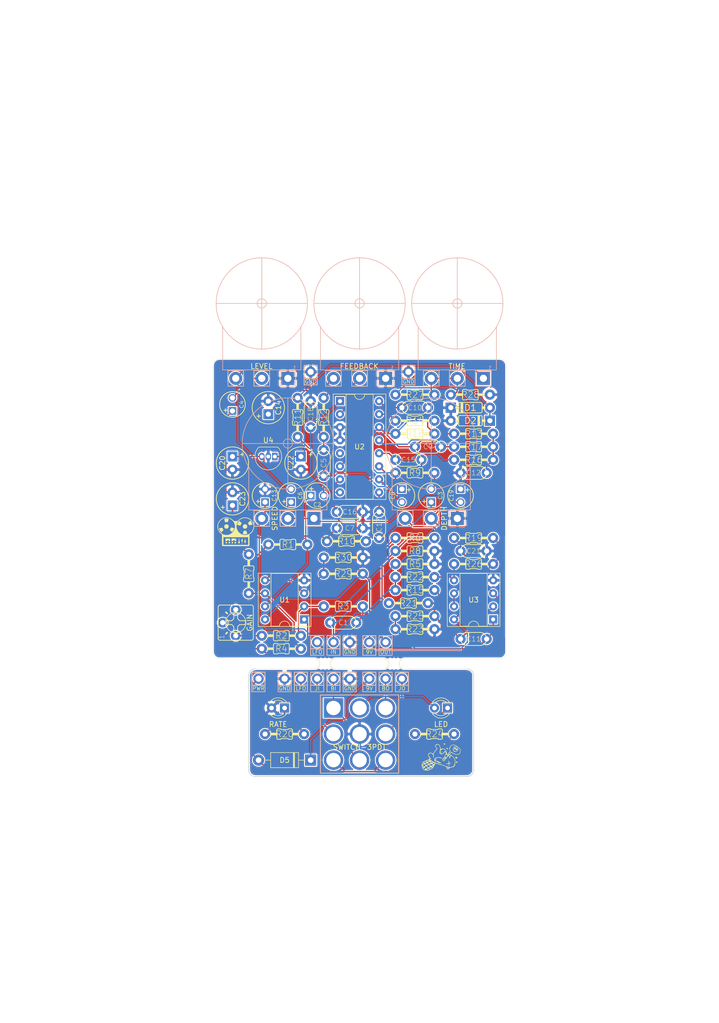
<source format=kicad_pcb>
(kicad_pcb (version 20171130) (host pcbnew "(5.1.6-0-10_14)")
  (layers (0 F.Cu signal) (31 B.Cu signal) (34 B.Paste user) (35 F.Paste user) (36 B.SilkS user) (37 F.SilkS user) (38 B.Mask user) (39 F.Mask user) (44 Edge.Cuts user))
  (net 0 "")
  (net 1 "Net-(C1-Pad2)")
  (net 2 "Net-(C1-Pad1)")
  (net 3 "Net-(C2-Pad2)")
  (net 4 "Net-(C2-Pad1)")
  (net 5 "Net-(C3-Pad2)")
  (net 6 "Net-(C3-Pad1)")
  (net 7 "Net-(C4-Pad2)")
  (net 8 "Net-(C4-Pad1)")
  (net 9 "Net-(C5-Pad2)")
  (net 10 "Net-(C5-Pad1)")
  (net 11 "Net-(C6-Pad2)")
  (net 12 "Net-(C6-Pad1)")
  (net 13 GND)
  (net 14 "Net-(C8-Pad1)")
  (net 15 PT13)
  (net 16 PT14)
  (net 17 PT16)
  (net 18 PT15)
  (net 19 "Net-(C11-Pad2)")
  (net 20 "Net-(C11-Pad1)")
  (net 21 "Net-(C12-Pad1)")
  (net 22 "Net-(C13-Pad1)")
  (net 23 "Net-(C14-Pad1)")
  (net 24 "Net-(C15-Pad2)")
  (net 25 "Net-(C15-Pad1)")
  (net 26 "Net-(C16-Pad1)")
  (net 27 "Net-(C17-Pad2)")
  (net 28 "Net-(C17-Pad1)")
  (net 29 "Net-(C18-Pad1)")
  (net 30 "Net-(C19-Pad2)")
  (net 31 "Net-(C19-Pad1)")
  (net 32 VCC)
  (net 33 +5V)
  (net 34 VREF)
  (net 35 "Net-(D3-Pad2)")
  (net 36 "Net-(D4-Pad2)")
  (net 37 "Net-(D4-Pad1)")
  (net 38 "Net-(D5-Pad1)")
  (net 39 "Net-(H2-Pad1)")
  (net 40 "Net-(H5-Pad1)")
  (net 41 "Net-(H6-Pad1)")
  (net 42 "Net-(H7-Pad1)")
  (net 43 "Net-(H10-Pad1)")
  (net 44 "Net-(H12-Pad1)")
  (net 45 "Net-(R1-Pad2)")
  (net 46 "Net-(R2-Pad2)")
  (net 47 "Net-(R2-Pad1)")
  (net 48 "Net-(R12-Pad1)")
  (net 49 "Net-(R19-Pad2)")
  (net 50 "Net-(R21-Pad1)")
  (net 51 "Net-(R22-Pad1)")
  (net 52 "Net-(R27-Pad1)")
  (net 53 "Net-(RV5-Pad1)")
  (net 54 "Net-(RV6-Pad3)")
  (net 55 "Net-(S1-PadP$3)")
  (net 56 "Net-(U2-Pad5)")
  (net 57 GND2)
  (net 58 "Net-(D5-Pad2)")
  (module LED_THT:LED_D3.0mm (layer F.Cu) (at 43.815 151.257 180)
    (fp_text reference D3 hide)
    (fp_text value RATE (at 1.27 -3.175 180) (layer F.SilkS))
    (pad 1 thru_hole circle (at 2.54 0 180) (size 1.8 1.8) (drill 0.9) (layers *.Cu *.Mask) (net 57 GND2))
    (pad 2 thru_hole rect (at 0 0 180) (size 1.8 1.8) (drill 0.9) (layers *.Cu *.Mask) (net 35 "Net-(D3-Pad2)"))
  )
  (module LED_THT:LED_D3.0mm (layer F.Cu) (at 75.565 151.257 180)
    (fp_text reference D4 hide)
    (fp_text value LED (at 1.27 -3.175 180) (layer F.SilkS))
    (pad 1 thru_hole circle (at 2.54 0 180) (size 1.8 1.8) (drill 0.9) (layers *.Cu *.Mask) (net 37 "Net-(D4-Pad1)"))
    (pad 2 thru_hole rect (at 0 0 180) (size 1.8 1.8) (drill 0.9) (layers *.Cu *.Mask) (net 36 "Net-(D4-Pad2)"))
  )
  (module Panelization:mouse-bite-2mm-slot (layer F.Cu) (at 51.689 142.621)
    (fp_text reference mouse-bite-2mm-slot hide)
    (fp_text value VAL** hide)
    (pad "" np_thru_hole circle (at 0.75 0.75) (size 0.5 0.5) (drill 0.5) (layers *.Cu *.Mask))
    (pad "" np_thru_hole circle (at -0.75 0.75) (size 0.5 0.5) (drill 0.5) (layers *.Cu *.Mask))
    (pad "" np_thru_hole circle (at -0.75 -0.75) (size 0.5 0.5) (drill 0.5) (layers *.Cu *.Mask))
    (pad "" np_thru_hole circle (at 0.75 -0.75) (size 0.5 0.5) (drill 0.5) (layers *.Cu *.Mask))
    (pad "" np_thru_hole circle (at 0 0.75) (size 0.5 0.5) (drill 0.5) (layers *.Cu *.Mask))
    (pad "" np_thru_hole circle (at 0 -0.75) (size 0.5 0.5) (drill 0.5) (layers *.Cu *.Mask))
  )
  (module Panelization:mouse-bite-2mm-slot (layer F.Cu) (at 65.151 142.621)
    (fp_text reference mouse-bite-2mm-slot hide)
    (fp_text value VAL** hide)
    (pad "" np_thru_hole circle (at 0.75 0.75) (size 0.5 0.5) (drill 0.5) (layers *.Cu *.Mask))
    (pad "" np_thru_hole circle (at -0.75 0.75) (size 0.5 0.5) (drill 0.5) (layers *.Cu *.Mask))
    (pad "" np_thru_hole circle (at -0.75 -0.75) (size 0.5 0.5) (drill 0.5) (layers *.Cu *.Mask))
    (pad "" np_thru_hole circle (at 0.75 -0.75) (size 0.5 0.5) (drill 0.5) (layers *.Cu *.Mask))
    (pad "" np_thru_hole circle (at 0 0.75) (size 0.5 0.5) (drill 0.5) (layers *.Cu *.Mask))
    (pad "" np_thru_hole circle (at 0 -0.75) (size 0.5 0.5) (drill 0.5) (layers *.Cu *.Mask))
  )
  (module logo:reel_tape (layer F.Cu) (at 34.29 116.84)
    (fp_text reference G*** hide)
    (fp_text value LOGO hide)
  )
  (module logo:beaver (layer F.Cu) (at 74.295 160.782)
    (fp_text reference G*** hide)
    (fp_text value LOGO hide)
  )
  (module enclosures:LUMBURG_DRILL (layer F.Cu) (at 73.66 27.94)
    (fp_text reference JOUT4 hide)
    (fp_text value "" (at 0 0) (layer F.SilkS) (effects (font (size 0.75 0.75) (thickness 0.1))))
  )
  (module enclosures:LUMBURG_DRILL (layer F.Cu) (at 42.545 27.94)
    (fp_text reference JOUT4 hide)
    (fp_text value "" (at 0 0) (layer F.SilkS) (effects (font (size 0.75 0.75) (thickness 0.1))))
  )
  (module enclosures:DC_DRILL (layer F.Cu) (at 58.42 36.195)
    (fp_text reference "" (at 0 0) (layer F.SilkS) (effects (font (size 1.524 1.524))))
    (fp_text value "" (at 0 0) (layer F.SilkS) (effects (font (size 1.524 1.524))))
  )
  (module enclosures:3PDT (layer F.Cu) (at 58.42 159.385)
    (fp_text reference "" (at 0 0) (layer F.SilkS) (effects (font (size 1.524 1.524))))
    (fp_text value "" (at 0 0) (layer F.SilkS) (effects (font (size 1.524 1.524))))
  )
  (module caps-elec:0632 (layer F.Cu) (at 33.655 110.49 90)
    (fp_text reference C23 (at 0 1.9685 90) (layer F.SilkS))
    (fp_text value 47uF hide)
    (pad 2 thru_hole oval (at 1.27 0 90) (size 1.9304 1.9304) (drill 1) (layers *.Cu *.Mask) (net 13 GND))
    (pad 1 thru_hole rect (at -1.27 0 90) (size 1.9304 1.9304) (drill 1) (layers *.Cu *.Mask) (net 34 VREF))
  )
  (module caps-elec:0632 (layer F.Cu) (at 46.99 103.505 270)
    (fp_text reference C22 (at 0 1.9685 90) (layer F.SilkS))
    (fp_text value 100uF hide)
    (pad 2 thru_hole oval (at 1.27 0 270) (size 1.9304 1.9304) (drill 1) (layers *.Cu *.Mask) (net 13 GND))
    (pad 1 thru_hole rect (at -1.27 0 270) (size 1.9304 1.9304) (drill 1) (layers *.Cu *.Mask) (net 33 +5V))
  )
  (module caps-elec:0632 (layer F.Cu) (at 33.655 103.505 270)
    (fp_text reference C20 (at 0 1.9685 90) (layer F.SilkS))
    (fp_text value 100uF hide)
    (pad 2 thru_hole oval (at 1.27 0 270) (size 1.9304 1.9304) (drill 1) (layers *.Cu *.Mask) (net 13 GND))
    (pad 1 thru_hole rect (at -1.27 0 270) (size 1.9304 1.9304) (drill 1) (layers *.Cu *.Mask) (net 32 VCC))
  )
  (module caps-elec:0632 (layer F.Cu) (at 40.64 92.71 90)
    (fp_text reference C14 (at 0 1.9685 90) (layer F.SilkS))
    (fp_text value 47uF hide)
    (pad 2 thru_hole oval (at 1.27 0 90) (size 1.9304 1.9304) (drill 1) (layers *.Cu *.Mask) (net 13 GND))
    (pad 1 thru_hole rect (at -1.27 0 90) (size 1.9304 1.9304) (drill 1) (layers *.Cu *.Mask) (net 23 "Net-(C14-Pad1)"))
  )
  (module enclosures:LOPRO_TOP (layer F.Cu) (at 73.66 59.69)
    (fp_text reference "" (at 0 0) (layer F.SilkS) (effects (font (size 1.524 1.524))))
    (fp_text value "" (at 0 0) (layer F.SilkS) (effects (font (size 1.524 1.524))))
  )
  (module switches:125B (layer F.Cu) (at 58.42 115.57)
    (fp_text reference "" (at 0 0) (layer F.SilkS) (effects (font (size 1.524 1.524))))
    (fp_text value "" (at 0 0) (layer F.SilkS) (effects (font (size 1.524 1.524))))
  )
  (module enclosures:LOPRO_TOP (layer F.Cu) (at 43.18 59.69)
    (fp_text reference "" (at 0 0) (layer F.SilkS) (effects (font (size 1.524 1.524))))
    (fp_text value "" (at 0 0) (layer F.SilkS) (effects (font (size 1.524 1.524))))
  )
  (module enclosures:DC_TOP (layer F.Cu) (at 58.42 55.88)
    (fp_text reference Ref** hide)
    (fp_text value Val** hide)
  )
  (module Package_TO_SOT_THT:TO-92_Inline (layer F.Cu) (at 41.91 102.235 180)
    (fp_text reference U4 (at 1.27 3.175) (layer F.SilkS))
    (fp_text value LM78L05_TO92 hide)
    (pad 1 thru_hole rect (at 0 0 180) (size 1.05 1.5) (drill 0.75) (layers *.Cu *.Mask) (net 33 +5V))
    (pad 3 thru_hole oval (at 2.54 0 180) (size 1.05 1.5) (drill 0.75) (layers *.Cu *.Mask) (net 32 VCC))
    (pad 2 thru_hole oval (at 1.27 0 180) (size 1.05 1.5) (drill 0.75) (layers *.Cu *.Mask) (net 13 GND))
  )
  (module Package_DIP:DIP-8_W7.62mm_Socket (layer F.Cu) (at 84.455 133.985 180)
    (fp_text reference U3 (at 3.81 3.81) (layer F.SilkS))
    (fp_text value LM358 hide)
    (pad 8 thru_hole oval (at 7.62 0 180) (size 1.6 1.6) (drill 0.8) (layers *.Cu *.Mask) (net 32 VCC))
    (pad 4 thru_hole oval (at 0 7.62 180) (size 1.6 1.6) (drill 0.8) (layers *.Cu *.Mask) (net 13 GND))
    (pad 7 thru_hole oval (at 7.62 2.54 180) (size 1.6 1.6) (drill 0.8) (layers *.Cu *.Mask) (net 54 "Net-(RV6-Pad3)"))
    (pad 3 thru_hole oval (at 0 5.08 180) (size 1.6 1.6) (drill 0.8) (layers *.Cu *.Mask) (net 49 "Net-(R19-Pad2)"))
    (pad 6 thru_hole oval (at 7.62 5.08 180) (size 1.6 1.6) (drill 0.8) (layers *.Cu *.Mask) (net 54 "Net-(RV6-Pad3)"))
    (pad 2 thru_hole oval (at 0 2.54 180) (size 1.6 1.6) (drill 0.8) (layers *.Cu *.Mask) (net 19 "Net-(C11-Pad2)"))
    (pad 5 thru_hole oval (at 7.62 7.62 180) (size 1.6 1.6) (drill 0.8) (layers *.Cu *.Mask) (net 51 "Net-(R22-Pad1)"))
    (pad 1 thru_hole rect (at 0 0 180) (size 1.6 1.6) (drill 0.8) (layers *.Cu *.Mask) (net 20 "Net-(C11-Pad1)"))
  )
  (module Package_DIP:DIP-16_W7.62mm_Socket (layer F.Cu) (at 54.61 91.44)
    (fp_text reference U2 (at 3.81 8.89) (layer F.SilkS))
    (fp_text value PT2399 hide)
    (pad 16 thru_hole oval (at 7.62 0) (size 1.6 1.6) (drill 0.8) (layers *.Cu *.Mask) (net 17 PT16))
    (pad 8 thru_hole oval (at 0 17.78) (size 1.6 1.6) (drill 0.8) (layers *.Cu *.Mask) (net 29 "Net-(C18-Pad1)"))
    (pad 15 thru_hole oval (at 7.62 2.54) (size 1.6 1.6) (drill 0.8) (layers *.Cu *.Mask) (net 18 PT15))
    (pad 7 thru_hole oval (at 0 15.24) (size 1.6 1.6) (drill 0.8) (layers *.Cu *.Mask) (net 26 "Net-(C16-Pad1)"))
    (pad 14 thru_hole oval (at 7.62 5.08) (size 1.6 1.6) (drill 0.8) (layers *.Cu *.Mask) (net 16 PT14))
    (pad 6 thru_hole oval (at 0 12.7) (size 1.6 1.6) (drill 0.8) (layers *.Cu *.Mask) (net 53 "Net-(RV5-Pad1)"))
    (pad 13 thru_hole oval (at 7.62 7.62) (size 1.6 1.6) (drill 0.8) (layers *.Cu *.Mask) (net 15 PT13))
    (pad 5 thru_hole oval (at 0 10.16) (size 1.6 1.6) (drill 0.8) (layers *.Cu *.Mask) (net 56 "Net-(U2-Pad5)"))
    (pad 12 thru_hole oval (at 7.62 10.16) (size 1.6 1.6) (drill 0.8) (layers *.Cu *.Mask) (net 25 "Net-(C15-Pad1)"))
    (pad 4 thru_hole oval (at 0 7.62) (size 1.6 1.6) (drill 0.8) (layers *.Cu *.Mask) (net 13 GND))
    (pad 11 thru_hole oval (at 7.62 12.7) (size 1.6 1.6) (drill 0.8) (layers *.Cu *.Mask) (net 24 "Net-(C15-Pad2)"))
    (pad 3 thru_hole oval (at 0 5.08) (size 1.6 1.6) (drill 0.8) (layers *.Cu *.Mask) (net 13 GND))
    (pad 10 thru_hole oval (at 7.62 15.24) (size 1.6 1.6) (drill 0.8) (layers *.Cu *.Mask) (net 28 "Net-(C17-Pad1)"))
    (pad 2 thru_hole oval (at 0 2.54) (size 1.6 1.6) (drill 0.8) (layers *.Cu *.Mask) (net 23 "Net-(C14-Pad1)"))
    (pad 9 thru_hole oval (at 7.62 17.78) (size 1.6 1.6) (drill 0.8) (layers *.Cu *.Mask) (net 27 "Net-(C17-Pad2)"))
    (pad 1 thru_hole rect (at 0 0) (size 1.6 1.6) (drill 0.8) (layers *.Cu *.Mask) (net 33 +5V))
  )
  (module Package_DIP:DIP-8_W7.62mm_Socket (layer F.Cu) (at 47.625 133.985 180)
    (fp_text reference U1 (at 3.81 3.81) (layer F.SilkS))
    (fp_text value OPA2134 hide)
    (pad 8 thru_hole oval (at 7.62 0 180) (size 1.6 1.6) (drill 0.8) (layers *.Cu *.Mask) (net 32 VCC))
    (pad 4 thru_hole oval (at 0 7.62 180) (size 1.6 1.6) (drill 0.8) (layers *.Cu *.Mask) (net 13 GND))
    (pad 7 thru_hole oval (at 7.62 2.54 180) (size 1.6 1.6) (drill 0.8) (layers *.Cu *.Mask) (net 4 "Net-(C2-Pad1)"))
    (pad 3 thru_hole oval (at 0 5.08 180) (size 1.6 1.6) (drill 0.8) (layers *.Cu *.Mask) (net 34 VREF))
    (pad 6 thru_hole oval (at 7.62 5.08 180) (size 1.6 1.6) (drill 0.8) (layers *.Cu *.Mask) (net 45 "Net-(R1-Pad2)"))
    (pad 2 thru_hole oval (at 0 2.54 180) (size 1.6 1.6) (drill 0.8) (layers *.Cu *.Mask) (net 46 "Net-(R2-Pad2)"))
    (pad 5 thru_hole oval (at 7.62 7.62 180) (size 1.6 1.6) (drill 0.8) (layers *.Cu *.Mask) (net 34 VREF))
    (pad 1 thru_hole rect (at 0 0 180) (size 1.6 1.6) (drill 0.8) (layers *.Cu *.Mask) (net 6 "Net-(C3-Pad1)"))
  )
  (module SparkFun-Electromechanical:3PDT.LUGS.SPF (layer F.Cu) (at 58.42 156.337)
    (fp_text reference S1 hide)
    (fp_text value SWITCH-3PDT (at 0 2.54) (layer F.SilkS) (effects (font (thickness 0.1524))))
    (pad P$1 thru_hole rect (at -5.08 -5.08 180) (size 3.816 3.816) (drill 2.8) (layers *.Cu *.Mask) (net 40 "Net-(H5-Pad1)"))
    (pad P$2 thru_hole oval (at -5.08 0 180) (size 3.816 3.816) (drill 2.8) (layers *.Cu *.Mask) (net 42 "Net-(H7-Pad1)"))
    (pad P$3 thru_hole oval (at -5.08 5.08 180) (size 3.816 3.816) (drill 2.8) (layers *.Cu *.Mask) (net 55 "Net-(S1-PadP$3)"))
    (pad P$4 thru_hole oval (at 0 -5.08 180) (size 3.816 3.816) (drill 2.8) (layers *.Cu *.Mask) (net 37 "Net-(D4-Pad1)"))
    (pad P$5 thru_hole oval (at 0 0 180) (size 3.816 3.816) (drill 2.8) (layers *.Cu *.Mask) (net 57 GND2))
    (pad P$6 thru_hole oval (at 0 5.08 180) (size 3.816 3.816) (drill 2.8) (layers *.Cu *.Mask) (net 40 "Net-(H5-Pad1)"))
    (pad P$7 thru_hole oval (at 5.08 -5.08 180) (size 3.816 3.816) (drill 2.8) (layers *.Cu *.Mask) (net 43 "Net-(H10-Pad1)"))
    (pad P$8 thru_hole oval (at 5.08 0 180) (size 3.816 3.816) (drill 2.8) (layers *.Cu *.Mask) (net 44 "Net-(H12-Pad1)"))
    (pad P$9 thru_hole oval (at 5.08 5.08 180) (size 3.816 3.816) (drill 2.8) (layers *.Cu *.Mask) (net 55 "Net-(S1-PadP$3)"))
  )
  (module potentiometers:16MM_B.MOUNT (layer F.Cu) (at 72.39 114.3)
    (fp_text reference RV6 hide)
    (fp_text value DEPTH (at 2.54 0 270) (layer F.SilkS))
    (fp_text user 1 (at 6.35 -2.032) (layer B.SilkS) (effects (font (size 0.77216 0.77216) (thickness 0.097536)) (justify mirror)))
    (pad 3 thru_hole oval (at -5.08 0 180) (size 2.54 2.54) (drill 1.4) (layers *.Cu *.Mask) (net 54 "Net-(RV6-Pad3)"))
    (pad 2 thru_hole oval (at 0 0 180) (size 2.54 2.54) (drill 1.4) (layers *.Cu *.Mask) (net 30 "Net-(C19-Pad2)"))
    (pad 1 thru_hole rect (at 5.08 0 180) (size 2.54 2.54) (drill 1.4) (layers *.Cu *.Mask) (net 13 GND))
  )
  (module potentiometers:16MM_B.MOUNT (layer F.Cu) (at 77.47 86.995)
    (fp_text reference RV5 hide)
    (fp_text value TIME (at -0.0635 -2.3495) (layer F.SilkS))
    (fp_text user 1 (at 6.35 -2.032) (layer B.SilkS) (effects (font (size 0.77216 0.77216) (thickness 0.097536)) (justify mirror)))
    (pad 3 thru_hole oval (at -5.08 0 180) (size 2.54 2.54) (drill 1.4) (layers *.Cu *.Mask) (net 52 "Net-(R27-Pad1)"))
    (pad 2 thru_hole oval (at 0 0 180) (size 2.54 2.54) (drill 1.4) (layers *.Cu *.Mask) (net 52 "Net-(R27-Pad1)"))
    (pad 1 thru_hole rect (at 5.08 0 180) (size 2.54 2.54) (drill 1.4) (layers *.Cu *.Mask) (net 53 "Net-(RV5-Pad1)"))
  )
  (module potentiometers:16MM_B.MOUNT (layer F.Cu) (at 44.45 114.3)
    (fp_text reference RV4 hide)
    (fp_text value SPEED (at -2.54 0 90) (layer F.SilkS))
    (fp_text user 1 (at 6.35 -2.032) (layer B.SilkS) (effects (font (size 0.77216 0.77216) (thickness 0.097536)) (justify mirror)))
    (pad 3 thru_hole oval (at -5.08 0 180) (size 2.54 2.54) (drill 1.4) (layers *.Cu *.Mask) (net 22 "Net-(C13-Pad1)"))
    (pad 2 thru_hole oval (at 0 0 180) (size 2.54 2.54) (drill 1.4) (layers *.Cu *.Mask) (net 50 "Net-(R21-Pad1)"))
    (pad 1 thru_hole rect (at 5.08 0 180) (size 2.54 2.54) (drill 1.4) (layers *.Cu *.Mask) (net 50 "Net-(R21-Pad1)"))
  )
  (module potentiometers:16MM_B.MOUNT (layer F.Cu) (at 58.42 86.995)
    (fp_text reference RV3 hide)
    (fp_text value FEEDBACK (at -0.0635 -2.3495) (layer F.SilkS))
    (fp_text user 1 (at 6.35 -2.032) (layer B.SilkS) (effects (font (size 0.77216 0.77216) (thickness 0.097536)) (justify mirror)))
    (pad 3 thru_hole oval (at -5.08 0 180) (size 2.54 2.54) (drill 1.4) (layers *.Cu *.Mask) (net 11 "Net-(C6-Pad2)"))
    (pad 2 thru_hole oval (at 0 0 180) (size 2.54 2.54) (drill 1.4) (layers *.Cu *.Mask) (net 48 "Net-(R12-Pad1)"))
    (pad 1 thru_hole rect (at 5.08 0 180) (size 2.54 2.54) (drill 1.4) (layers *.Cu *.Mask) (net 13 GND))
  )
  (module potentiometers:16MM_B.MOUNT (layer F.Cu) (at 39.37 86.995)
    (fp_text reference RV2 hide)
    (fp_text value LEVEL (at -0.0635 -2.3495) (layer F.SilkS))
    (fp_text user 1 (at 6.35 -2.032) (layer B.SilkS) (effects (font (size 0.77216 0.77216) (thickness 0.097536)) (justify mirror)))
    (pad 3 thru_hole oval (at -5.08 0 180) (size 2.54 2.54) (drill 1.4) (layers *.Cu *.Mask) (net 11 "Net-(C6-Pad2)"))
    (pad 2 thru_hole oval (at 0 0 180) (size 2.54 2.54) (drill 1.4) (layers *.Cu *.Mask) (net 7 "Net-(C4-Pad2)"))
    (pad 1 thru_hole rect (at 5.08 0 180) (size 2.54 2.54) (drill 1.4) (layers *.Cu *.Mask) (net 13 GND))
  )
  (module potentiometers:TRIM1 (layer F.Cu) (at 34.29 134.62 90)
    (fp_text reference RV1 hide)
    (fp_text value GAIN (at 0 2.7305 90) (layer F.SilkS))
    (fp_text user 1 (at -3.302 -2.159 90) (layer F.SilkS) (effects (font (size 0.9652 0.9652) (thickness 0.08128)) (justify left bottom)))
    (pad 3 thru_hole oval (at 2.54 0 90) (size 1.9304 1.9304) (drill 1) (layers *.Cu *.Mask) (net 6 "Net-(C3-Pad1)"))
    (pad 2 thru_hole oval (at 0 -2.54 90) (size 1.9304 1.9304) (drill 1) (layers *.Cu *.Mask) (net 6 "Net-(C3-Pad1)"))
    (pad 1 thru_hole oval (at -2.54 0 90) (size 1.9304 1.9304) (drill 1) (layers *.Cu *.Mask) (net 47 "Net-(R2-Pad1)"))
  )
  (module resistors:0.3%22.A (layer F.Cu) (at 55.245 121.92)
    (fp_text reference R30 (at 0 0) (layer F.SilkS) (effects (font (size 1.2065 1.2065) (thickness 0.1016))))
    (fp_text value 47k hide)
    (pad 2 thru_hole oval (at 3.81 0) (size 2 2) (drill 1) (layers *.Cu *.Mask) (net 13 GND))
    (pad 1 thru_hole oval (at -3.81 0) (size 2 2) (drill 1) (layers *.Cu *.Mask) (net 34 VREF))
  )
  (module resistors:0.3%22.A (layer F.Cu) (at 55.245 125.095 180)
    (fp_text reference R29 (at 0 0) (layer F.SilkS) (effects (font (size 1.2065 1.2065) (thickness 0.1016))))
    (fp_text value 47k hide)
    (pad 2 thru_hole oval (at 3.81 0 180) (size 2 2) (drill 1) (layers *.Cu *.Mask) (net 34 VREF))
    (pad 1 thru_hole oval (at -3.81 0 180) (size 2 2) (drill 1) (layers *.Cu *.Mask) (net 32 VCC))
  )
  (module resistors:0.3%22.A (layer F.Cu) (at 80.01 90.17)
    (fp_text reference R28 (at 0 0) (layer F.SilkS) (effects (font (size 1.2065 1.2065) (thickness 0.1016))))
    (fp_text value 1k hide)
    (pad 2 thru_hole oval (at 3.81 0) (size 2 2) (drill 1) (layers *.Cu *.Mask) (net 13 GND))
    (pad 1 thru_hole oval (at -3.81 0) (size 2 2) (drill 1) (layers *.Cu *.Mask) (net 52 "Net-(R27-Pad1)"))
  )
  (module resistors:0.3%22.A (layer F.Cu) (at 69.215 90.17 180)
    (fp_text reference R27 (at 0 0) (layer F.SilkS) (effects (font (size 1.2065 1.2065) (thickness 0.1016))))
    (fp_text value 4k7 hide)
    (pad 2 thru_hole oval (at 3.81 0 180) (size 2 2) (drill 1) (layers *.Cu *.Mask) (net 31 "Net-(C19-Pad1)"))
    (pad 1 thru_hole oval (at -3.81 0 180) (size 2 2) (drill 1) (layers *.Cu *.Mask) (net 52 "Net-(R27-Pad1)"))
  )
  (module resistors:0.3%22.A (layer F.Cu) (at 80.645 123.19)
    (fp_text reference R26 (at 0 0) (layer F.SilkS) (effects (font (size 1.2065 1.2065) (thickness 0.1016))))
    (fp_text value 120k hide)
    (pad 2 thru_hole oval (at 3.81 0) (size 2 2) (drill 1) (layers *.Cu *.Mask) (net 49 "Net-(R19-Pad2)"))
    (pad 1 thru_hole oval (at -3.81 0) (size 2 2) (drill 1) (layers *.Cu *.Mask) (net 51 "Net-(R22-Pad1)"))
  )
  (module resistors:0.3%22.A (layer F.Cu) (at 69.215 133.35 180)
    (fp_text reference R25 (at 0 0) (layer F.SilkS) (effects (font (size 1.2065 1.2065) (thickness 0.1016))))
    (fp_text value 220k hide)
    (pad 2 thru_hole oval (at 3.81 0 180) (size 2 2) (drill 1) (layers *.Cu *.Mask) (net 49 "Net-(R19-Pad2)"))
    (pad 1 thru_hole oval (at -3.81 0 180) (size 2 2) (drill 1) (layers *.Cu *.Mask) (net 20 "Net-(C11-Pad1)"))
  )
  (module resistors:0.3%22.A (layer F.Cu) (at 73.025 156.337)
    (fp_text reference R24 (at 0 0) (layer F.SilkS) (effects (font (size 1.2065 1.2065) (thickness 0.1016))))
    (fp_text value 4k7 hide)
    (pad 2 thru_hole oval (at 3.81 0) (size 2 2) (drill 1) (layers *.Cu *.Mask) (net 58 "Net-(D5-Pad2)"))
    (pad 1 thru_hole oval (at -3.81 0) (size 2 2) (drill 1) (layers *.Cu *.Mask) (net 36 "Net-(D4-Pad2)"))
  )
  (module resistors:0.3%22.A (layer F.Cu) (at 69.215 135.89)
    (fp_text reference R23 (at 0 0) (layer F.SilkS) (effects (font (size 1.2065 1.2065) (thickness 0.1016))))
    (fp_text value 220k hide)
    (pad 2 thru_hole oval (at 3.81 0) (size 2 2) (drill 1) (layers *.Cu *.Mask) (net 13 GND))
    (pad 1 thru_hole oval (at -3.81 0) (size 2 2) (drill 1) (layers *.Cu *.Mask) (net 49 "Net-(R19-Pad2)"))
  )
  (module resistors:0.3%22.A (layer F.Cu) (at 69.215 125.73 180)
    (fp_text reference R22 (at 0 0) (layer F.SilkS) (effects (font (size 1.2065 1.2065) (thickness 0.1016))))
    (fp_text value 100k hide)
    (pad 2 thru_hole oval (at 3.81 0 180) (size 2 2) (drill 1) (layers *.Cu *.Mask) (net 22 "Net-(C13-Pad1)"))
    (pad 1 thru_hole oval (at -3.81 0 180) (size 2 2) (drill 1) (layers *.Cu *.Mask) (net 51 "Net-(R22-Pad1)"))
  )
  (module resistors:0.3%22.A (layer F.Cu) (at 67.945 130.81)
    (fp_text reference R21 (at 0 0) (layer F.SilkS) (effects (font (size 1.2065 1.2065) (thickness 0.1016))))
    (fp_text value 4k7 hide)
    (pad 2 thru_hole oval (at 3.81 0) (size 2 2) (drill 1) (layers *.Cu *.Mask) (net 20 "Net-(C11-Pad1)"))
    (pad 1 thru_hole oval (at -3.81 0) (size 2 2) (drill 1) (layers *.Cu *.Mask) (net 50 "Net-(R21-Pad1)"))
  )
  (module resistors:0.3%22.A (layer F.Cu) (at 43.815 156.337)
    (fp_text reference R20 (at 0 0) (layer F.SilkS) (effects (font (size 1.2065 1.2065) (thickness 0.1016))))
    (fp_text value 4k7 hide)
    (pad 2 thru_hole oval (at 3.81 0) (size 2 2) (drill 1) (layers *.Cu *.Mask) (net 41 "Net-(H6-Pad1)"))
    (pad 1 thru_hole oval (at -3.81 0) (size 2 2) (drill 1) (layers *.Cu *.Mask) (net 35 "Net-(D3-Pad2)"))
  )
  (module resistors:0.3%22.A (layer F.Cu) (at 80.645 118.11)
    (fp_text reference R19 (at 0 0) (layer F.SilkS) (effects (font (size 1.2065 1.2065) (thickness 0.1016))))
    (fp_text value 120k hide)
    (pad 2 thru_hole oval (at 3.81 0) (size 2 2) (drill 1) (layers *.Cu *.Mask) (net 49 "Net-(R19-Pad2)"))
    (pad 1 thru_hole oval (at -3.81 0) (size 2 2) (drill 1) (layers *.Cu *.Mask) (net 32 VCC))
  )
  (module resistors:0.3%22.A (layer F.Cu) (at 69.215 97.79 180)
    (fp_text reference R18 (at 0 0) (layer F.SilkS) (effects (font (size 1.2065 1.2065) (thickness 0.1016))))
    (fp_text value 10k hide)
    (pad 2 thru_hole oval (at 3.81 0 180) (size 2 2) (drill 1) (layers *.Cu *.Mask) (net 14 "Net-(C8-Pad1)"))
    (pad 1 thru_hole oval (at -3.81 0 180) (size 2 2) (drill 1) (layers *.Cu *.Mask) (net 17 PT16))
  )
  (module resistors:0.3%22.A (layer F.Cu) (at 80.645 100.33)
    (fp_text reference R17 (at 0 0) (layer F.SilkS) (effects (font (size 1.2065 1.2065) (thickness 0.1016))))
    (fp_text value 10k hide)
    (pad 2 thru_hole oval (at 3.81 0) (size 2 2) (drill 1) (layers *.Cu *.Mask) (net 21 "Net-(C12-Pad1)"))
    (pad 1 thru_hole oval (at -3.81 0) (size 2 2) (drill 1) (layers *.Cu *.Mask) (net 15 PT13))
  )
  (module resistors:0.3%22.A (layer F.Cu) (at 80.645 102.87 180)
    (fp_text reference R16 (at 0 0) (layer F.SilkS) (effects (font (size 1.2065 1.2065) (thickness 0.1016))))
    (fp_text value 10k hide)
    (pad 2 thru_hole oval (at 3.81 0 180) (size 2 2) (drill 1) (layers *.Cu *.Mask) (net 25 "Net-(C15-Pad1)"))
    (pad 1 thru_hole oval (at -3.81 0 180) (size 2 2) (drill 1) (layers *.Cu *.Mask) (net 21 "Net-(C12-Pad1)"))
  )
  (module resistors:0.3%22.A (layer F.Cu) (at 69.215 128.27)
    (fp_text reference R15 (at 0 0) (layer F.SilkS) (effects (font (size 1.2065 1.2065) (thickness 0.1016))))
    (fp_text value 220k hide)
    (pad 2 thru_hole oval (at 3.81 0) (size 2 2) (drill 1) (layers *.Cu *.Mask) (net 19 "Net-(C11-Pad2)"))
    (pad 1 thru_hole oval (at -3.81 0) (size 2 2) (drill 1) (layers *.Cu *.Mask) (net 22 "Net-(C13-Pad1)"))
  )
  (module resistors:0.3%22.A (layer F.Cu) (at 69.215 95.25)
    (fp_text reference R14 (at 0 0) (layer F.SilkS) (effects (font (size 1.2065 1.2065) (thickness 0.1016))))
    (fp_text value 10k hide)
    (pad 2 thru_hole oval (at 3.81 0) (size 2 2) (drill 1) (layers *.Cu *.Mask) (net 14 "Net-(C8-Pad1)"))
    (pad 1 thru_hole oval (at -3.81 0) (size 2 2) (drill 1) (layers *.Cu *.Mask) (net 18 PT15))
  )
  (module resistors:0.3%22.A (layer F.Cu) (at 80.645 97.79)
    (fp_text reference R13 (at 0 0) (layer F.SilkS) (effects (font (size 1.2065 1.2065) (thickness 0.1016))))
    (fp_text value 15k hide)
    (pad 2 thru_hole oval (at 3.81 0) (size 2 2) (drill 1) (layers *.Cu *.Mask) (net 21 "Net-(C12-Pad1)"))
    (pad 1 thru_hole oval (at -3.81 0) (size 2 2) (drill 1) (layers *.Cu *.Mask) (net 16 PT14))
  )
  (module resistors:0.3%22.A (layer F.Cu) (at 51.435 94.615 270)
    (fp_text reference R12 (at 0 0 90) (layer F.SilkS) (effects (font (size 1.2065 1.2065) (thickness 0.1016))))
    (fp_text value 1k hide)
    (pad 2 thru_hole oval (at 3.81 0 270) (size 2 2) (drill 1) (layers *.Cu *.Mask) (net 10 "Net-(C5-Pad1)"))
    (pad 1 thru_hole oval (at -3.81 0 270) (size 2 2) (drill 1) (layers *.Cu *.Mask) (net 48 "Net-(R12-Pad1)"))
  )
  (module resistors:0.3%22.A (layer F.Cu) (at 46.355 94.615 90)
    (fp_text reference R11 (at 0 0 90) (layer F.SilkS) (effects (font (size 1.2065 1.2065) (thickness 0.1016))))
    (fp_text value 10k hide)
    (pad 2 thru_hole oval (at 3.81 0 90) (size 2 2) (drill 1) (layers *.Cu *.Mask) (net 10 "Net-(C5-Pad1)"))
    (pad 1 thru_hole oval (at -3.81 0 90) (size 2 2) (drill 1) (layers *.Cu *.Mask) (net 9 "Net-(C5-Pad2)"))
  )
  (module resistors:0.3%22.A (layer F.Cu) (at 55.88 118.745 180)
    (fp_text reference R10 (at 0 0) (layer F.SilkS) (effects (font (size 1.2065 1.2065) (thickness 0.1016))))
    (fp_text value 10k hide)
    (pad 2 thru_hole oval (at 3.81 0 180) (size 2 2) (drill 1) (layers *.Cu *.Mask) (net 12 "Net-(C6-Pad1)"))
    (pad 1 thru_hole oval (at -3.81 0 180) (size 2 2) (drill 1) (layers *.Cu *.Mask) (net 16 PT14))
  )
  (module resistors:0.3%22.A (layer F.Cu) (at 69.215 105.41 180)
    (fp_text reference R9 (at 0 0) (layer F.SilkS) (effects (font (size 1.2065 1.2065) (thickness 0.1016))))
    (fp_text value 10k hide)
    (pad 2 thru_hole oval (at 3.81 0 180) (size 2 2) (drill 1) (layers *.Cu *.Mask) (net 14 "Net-(C8-Pad1)"))
    (pad 1 thru_hole oval (at -3.81 0 180) (size 2 2) (drill 1) (layers *.Cu *.Mask) (net 5 "Net-(C3-Pad2)"))
  )
  (module resistors:0.3%22.A (layer F.Cu) (at 69.215 120.65)
    (fp_text reference R8 (at 0 0) (layer F.SilkS) (effects (font (size 1.2065 1.2065) (thickness 0.1016))))
    (fp_text value 100k hide)
    (pad 2 thru_hole oval (at 3.81 0) (size 2 2) (drill 1) (layers *.Cu *.Mask) (net 13 GND))
    (pad 1 thru_hole oval (at -3.81 0) (size 2 2) (drill 1) (layers *.Cu *.Mask) (net 39 "Net-(H2-Pad1)"))
  )
  (module resistors:0.3%22.A (layer F.Cu) (at 36.83 125.095 270)
    (fp_text reference R7 (at 0 0 90) (layer F.SilkS) (effects (font (size 1.2065 1.2065) (thickness 0.1016))))
    (fp_text value 10k hide)
    (pad 2 thru_hole oval (at 3.81 0 270) (size 2 2) (drill 1) (layers *.Cu *.Mask) (net 45 "Net-(R1-Pad2)"))
    (pad 1 thru_hole oval (at -3.81 0 270) (size 2 2) (drill 1) (layers *.Cu *.Mask) (net 8 "Net-(C4-Pad1)"))
  )
  (module resistors:0.3%22.A (layer F.Cu) (at 69.215 118.11 180)
    (fp_text reference R6 (at 0 0) (layer F.SilkS) (effects (font (size 1.2065 1.2065) (thickness 0.1016))))
    (fp_text value 1k hide)
    (pad 2 thru_hole oval (at 3.81 0 180) (size 2 2) (drill 1) (layers *.Cu *.Mask) (net 3 "Net-(C2-Pad2)"))
    (pad 1 thru_hole oval (at -3.81 0 180) (size 2 2) (drill 1) (layers *.Cu *.Mask) (net 39 "Net-(H2-Pad1)"))
  )
  (module resistors:0.3%22.A (layer F.Cu) (at 69.215 123.19)
    (fp_text reference R5 (at 0 0) (layer F.SilkS) (effects (font (size 1.2065 1.2065) (thickness 0.1016))))
    (fp_text value 1M hide)
    (pad 2 thru_hole oval (at 3.81 0) (size 2 2) (drill 1) (layers *.Cu *.Mask) (net 13 GND))
    (pad 1 thru_hole oval (at -3.81 0) (size 2 2) (drill 1) (layers *.Cu *.Mask) (net 1 "Net-(C1-Pad2)"))
  )
  (module resistors:0.3%22.A (layer F.Cu) (at 43.18 139.7 180)
    (fp_text reference R4 (at 0 0) (layer F.SilkS) (effects (font (size 1.2065 1.2065) (thickness 0.1016))))
    (fp_text value 10k hide)
    (pad 2 thru_hole oval (at 3.81 0 180) (size 2 2) (drill 1) (layers *.Cu *.Mask) (net 6 "Net-(C3-Pad1)"))
    (pad 1 thru_hole oval (at -3.81 0 180) (size 2 2) (drill 1) (layers *.Cu *.Mask) (net 45 "Net-(R1-Pad2)"))
  )
  (module resistors:0.3%22.A (layer F.Cu) (at 55.245 131.445)
    (fp_text reference R3 (at 0 0) (layer F.SilkS) (effects (font (size 1.2065 1.2065) (thickness 0.1016))))
    (fp_text value 100k hide)
    (pad 2 thru_hole oval (at 3.81 0) (size 2 2) (drill 1) (layers *.Cu *.Mask) (net 2 "Net-(C1-Pad1)"))
    (pad 1 thru_hole oval (at -3.81 0) (size 2 2) (drill 1) (layers *.Cu *.Mask) (net 46 "Net-(R2-Pad2)"))
  )
  (module resistors:0.3%22.A (layer F.Cu) (at 43.18 137.16)
    (fp_text reference R2 (at 0 0) (layer F.SilkS) (effects (font (size 1.2065 1.2065) (thickness 0.1016))))
    (fp_text value 47k hide)
    (pad 2 thru_hole oval (at 3.81 0) (size 2 2) (drill 1) (layers *.Cu *.Mask) (net 46 "Net-(R2-Pad2)"))
    (pad 1 thru_hole oval (at -3.81 0) (size 2 2) (drill 1) (layers *.Cu *.Mask) (net 47 "Net-(R2-Pad1)"))
  )
  (module resistors:0.3%22.A (layer F.Cu) (at 44.45 119.38 180)
    (fp_text reference R1 (at 0 0) (layer F.SilkS) (effects (font (size 1.2065 1.2065) (thickness 0.1016))))
    (fp_text value 12k hide)
    (pad 2 thru_hole oval (at 3.81 0 180) (size 2 2) (drill 1) (layers *.Cu *.Mask) (net 45 "Net-(R1-Pad2)"))
    (pad 1 thru_hole oval (at -3.81 0 180) (size 2 2) (drill 1) (layers *.Cu *.Mask) (net 4 "Net-(C2-Pad1)"))
  )
  (module supply_pins:PAD1 (layer F.Cu) (at 48.895 85.725)
    (fp_text reference H16 hide)
    (fp_text value GND (at 0 1.905) (layer F.SilkS) (effects (font (size 0.75 0.75) (thickness 0.1))))
    (pad 1 thru_hole oval (at 0 0) (size 2.032 2.032) (drill 1.2) (layers *.Cu *.Mask) (net 13 GND))
  )
  (module supply_pins:PAD1 (layer F.Cu) (at 60.325 138.43)
    (fp_text reference H15 hide)
    (fp_text value 9V (at 0 1.905) (layer F.SilkS) (effects (font (size 0.75 0.75) (thickness 0.1))))
    (pad 1 thru_hole oval (at 0 0) (size 2.032 2.032) (drill 1.2) (layers *.Cu *.Mask) (net 32 VCC))
  )
  (module supply_pins:PAD1 (layer F.Cu) (at 56.515 145.542)
    (fp_text reference H14 hide)
    (fp_text value GND (at 0 1.905) (layer F.SilkS) (effects (font (size 0.75 0.75) (thickness 0.1))))
    (pad 1 thru_hole oval (at 0 0) (size 2.032 2.032) (drill 1.2) (layers *.Cu *.Mask) (net 57 GND2))
  )
  (module supply_pins:PAD1 (layer F.Cu) (at 43.815 145.542)
    (fp_text reference H13 hide)
    (fp_text value GND (at 0 1.905) (layer F.SilkS) (effects (font (size 0.75 0.75) (thickness 0.1))))
    (pad 1 thru_hole oval (at 0 0) (size 2.032 2.032) (drill 1.2) (layers *.Cu *.Mask) (net 57 GND2))
  )
  (module supply_pins:PAD1 (layer F.Cu) (at 66.675 145.542)
    (fp_text reference H12 hide)
    (fp_text value JO (at 0 1.905) (layer F.SilkS) (effects (font (size 0.75 0.75) (thickness 0.1))))
    (pad 1 thru_hole oval (at 0 0) (size 2.032 2.032) (drill 1.2) (layers *.Cu *.Mask) (net 44 "Net-(H12-Pad1)"))
  )
  (module supply_pins:PAD1 (layer F.Cu) (at 50.165 138.43)
    (fp_text reference H11 hide)
    (fp_text value LFO (at 0 1.905) (layer F.SilkS) (effects (font (size 0.75 0.75) (thickness 0.1))))
    (pad 1 thru_hole oval (at 0 0) (size 2.032 2.032) (drill 1.2) (layers *.Cu *.Mask) (net 30 "Net-(C19-Pad2)"))
  )
  (module supply_pins:PAD1 (layer F.Cu) (at 63.5 145.542)
    (fp_text reference H10 hide)
    (fp_text value BO (at 0 1.905) (layer F.SilkS) (effects (font (size 0.75 0.75) (thickness 0.1))))
    (pad 1 thru_hole oval (at 0 0) (size 2.032 2.032) (drill 1.2) (layers *.Cu *.Mask) (net 43 "Net-(H10-Pad1)"))
  )
  (module supply_pins:PAD1 (layer F.Cu) (at 60.325 145.542)
    (fp_text reference H9 hide)
    (fp_text value 9V (at 0 1.905) (layer F.SilkS) (effects (font (size 0.75 0.75) (thickness 0.1))))
    (pad 1 thru_hole oval (at 0 0) (size 2.032 2.032) (drill 1.2) (layers *.Cu *.Mask) (net 38 "Net-(D5-Pad1)"))
  )
  (module supply_pins:PAD1 (layer F.Cu) (at 38.735 145.542)
    (fp_text reference H8 hide)
    (fp_text value PWR (at 0 1.905) (layer F.SilkS) (effects (font (size 0.75 0.75) (thickness 0.1))))
    (pad 1 thru_hole oval (at 0 0) (size 2.032 2.032) (drill 1.2) (layers *.Cu *.Mask) (net 58 "Net-(D5-Pad2)"))
  )
  (module supply_pins:PAD1 (layer F.Cu) (at 50.165 145.542)
    (fp_text reference H7 hide)
    (fp_text value JI (at 0 1.905) (layer F.SilkS) (effects (font (size 0.75 0.75) (thickness 0.1))))
    (pad 1 thru_hole oval (at 0 0) (size 2.032 2.032) (drill 1.2) (layers *.Cu *.Mask) (net 42 "Net-(H7-Pad1)"))
  )
  (module supply_pins:PAD1 (layer F.Cu) (at 46.99 145.542)
    (fp_text reference H6 hide)
    (fp_text value LFO (at 0 1.905) (layer F.SilkS) (effects (font (size 0.75 0.75) (thickness 0.1))))
    (pad 1 thru_hole oval (at 0 0) (size 2.032 2.032) (drill 1.2) (layers *.Cu *.Mask) (net 41 "Net-(H6-Pad1)"))
  )
  (module supply_pins:PAD1 (layer F.Cu) (at 53.34 145.542)
    (fp_text reference H5 hide)
    (fp_text value BI (at 0 1.905) (layer F.SilkS) (effects (font (size 0.75 0.75) (thickness 0.1))))
    (pad 1 thru_hole oval (at 0 0) (size 2.032 2.032) (drill 1.2) (layers *.Cu *.Mask) (net 40 "Net-(H5-Pad1)"))
  )
  (module supply_pins:PAD1 (layer F.Cu) (at 56.515 138.43)
    (fp_text reference H4 hide)
    (fp_text value GND (at 0 1.905) (layer F.SilkS) (effects (font (size 0.75 0.75) (thickness 0.1))))
    (pad 1 thru_hole oval (at 0 0) (size 2.032 2.032) (drill 1.2) (layers *.Cu *.Mask) (net 13 GND))
  )
  (module supply_pins:PAD1 (layer F.Cu) (at 67.945 85.725)
    (fp_text reference H3 hide)
    (fp_text value GND (at 0 1.905) (layer F.SilkS) (effects (font (size 0.75 0.75) (thickness 0.1))))
    (pad 1 thru_hole oval (at 0 0) (size 2.032 2.032) (drill 1.2) (layers *.Cu *.Mask) (net 13 GND))
  )
  (module supply_pins:PAD1 (layer F.Cu) (at 63.5 138.43)
    (fp_text reference H2 hide)
    (fp_text value OUT (at 0 1.905) (layer F.SilkS) (effects (font (size 0.75 0.75) (thickness 0.1))))
    (pad 1 thru_hole oval (at 0 0) (size 2.032 2.032) (drill 1.2) (layers *.Cu *.Mask) (net 39 "Net-(H2-Pad1)"))
  )
  (module supply_pins:PAD1 (layer F.Cu) (at 53.34 138.43)
    (fp_text reference H1 hide)
    (fp_text value IN (at 0 1.905) (layer F.SilkS) (effects (font (size 0.75 0.75) (thickness 0.1))))
    (pad 1 thru_hole oval (at 0 0) (size 2.032 2.032) (drill 1.2) (layers *.Cu *.Mask) (net 1 "Net-(C1-Pad2)"))
  )
  (module Diode_THT:D_DO-41_SOD81_P10.16mm_Horizontal (layer F.Cu) (at 48.895 161.417 180)
    (fp_text reference D5 (at 5.08 0) (layer F.SilkS))
    (fp_text value 1N4001 hide)
    (pad 2 thru_hole oval (at 10.16 0 180) (size 2.2 2.2) (drill 1.1) (layers *.Cu *.Mask) (net 58 "Net-(D5-Pad2)"))
    (pad 1 thru_hole rect (at 0 0 180) (size 2.2 2.2) (drill 1.1) (layers *.Cu *.Mask) (net 38 "Net-(D5-Pad1)"))
  )
  (module diodes:DO35-3 (layer F.Cu) (at 80.01 95.25 180)
    (fp_text reference D2 (at 0 0) (layer F.SilkS) (effects (font (size 1.2065 1.2065) (thickness 0.1524))))
    (fp_text value 1n4148 hide)
    (pad 1 thru_hole rect (at -3.81 0 180) (size 2 2) (drill 1) (layers *.Cu *.Mask) (net 10 "Net-(C5-Pad1)"))
    (pad 2 thru_hole oval (at 3.81 0 180) (size 2 2) (drill 1) (layers *.Cu *.Mask) (net 13 GND))
  )
  (module diodes:DO35-3 (layer F.Cu) (at 80.01 92.71)
    (fp_text reference D1 (at 0 0) (layer F.SilkS) (effects (font (size 1.2065 1.2065) (thickness 0.1524))))
    (fp_text value 1n4148 hide)
    (pad 1 thru_hole rect (at -3.81 0) (size 2 2) (drill 1) (layers *.Cu *.Mask) (net 13 GND))
    (pad 2 thru_hole oval (at 3.81 0) (size 2 2) (drill 1) (layers *.Cu *.Mask) (net 10 "Net-(C5-Pad1)"))
  )
  (module caps-film:0.2%22.SML (layer F.Cu) (at 80.645 120.65)
    (fp_text reference C21 (at 0 0) (layer F.SilkS) (effects (font (size 0.9652 0.9652) (thickness 0.08128))))
    (fp_text value 100nF hide)
    (pad 2 thru_hole oval (at 2.54 0) (size 2 2) (drill 1) (layers *.Cu *.Mask) (net 13 GND))
    (pad 1 thru_hole oval (at -2.54 0) (size 2 2) (drill 1) (layers *.Cu *.Mask) (net 32 VCC))
  )
  (module caps-elec:0503 (layer F.Cu) (at 78.105 109.855 270)
    (fp_text reference C19 (at 0 1.778 90) (layer F.SilkS) (effects (font (size 0.77216 0.77216) (thickness 0.097536))))
    (fp_text value 4.7uF hide)
    (pad 2 thru_hole oval (at 1.27 0 270) (size 1.508 1.508) (drill 1) (layers *.Cu *.Mask) (net 30 "Net-(C19-Pad2)"))
    (pad 1 thru_hole rect (at -1.27 0 270) (size 1.508 1.508) (drill 1) (layers *.Cu *.Mask) (net 31 "Net-(C19-Pad1)"))
  )
  (module caps-film:0.2%22.SML (layer F.Cu) (at 48.895 93.98 90)
    (fp_text reference C18 (at 0 0 90) (layer F.SilkS) (effects (font (size 0.9652 0.9652) (thickness 0.08128))))
    (fp_text value 100nF hide)
    (pad 2 thru_hole oval (at 2.54 0 90) (size 2 2) (drill 1) (layers *.Cu *.Mask) (net 13 GND))
    (pad 1 thru_hole oval (at -2.54 0 90) (size 2 2) (drill 1) (layers *.Cu *.Mask) (net 29 "Net-(C18-Pad1)"))
  )
  (module caps-film:0.2%22.SML (layer F.Cu) (at 62.23 115.57 90)
    (fp_text reference C17 (at 0 0 90) (layer F.SilkS) (effects (font (size 0.9652 0.9652) (thickness 0.08128))))
    (fp_text value 330nF hide)
    (pad 2 thru_hole oval (at 2.54 0 90) (size 2 2) (drill 1) (layers *.Cu *.Mask) (net 27 "Net-(C17-Pad2)"))
    (pad 1 thru_hole oval (at -2.54 0 90) (size 2 2) (drill 1) (layers *.Cu *.Mask) (net 28 "Net-(C17-Pad1)"))
  )
  (module caps-film:0.2%22.SML (layer F.Cu) (at 56.515 113.03)
    (fp_text reference C16 (at 0 0) (layer F.SilkS) (effects (font (size 0.9652 0.9652) (thickness 0.08128))))
    (fp_text value 100nF hide)
    (pad 2 thru_hole oval (at 2.54 0) (size 2 2) (drill 1) (layers *.Cu *.Mask) (net 13 GND))
    (pad 1 thru_hole oval (at -2.54 0) (size 2 2) (drill 1) (layers *.Cu *.Mask) (net 26 "Net-(C16-Pad1)"))
  )
  (module caps-film:0.2%22.SML (layer F.Cu) (at 67.945 102.87)
    (fp_text reference C15 (at 0 0) (layer F.SilkS) (effects (font (size 0.9652 0.9652) (thickness 0.08128))))
    (fp_text value 100nF hide)
    (pad 2 thru_hole oval (at 2.54 0) (size 2 2) (drill 1) (layers *.Cu *.Mask) (net 24 "Net-(C15-Pad2)"))
    (pad 1 thru_hole oval (at -2.54 0) (size 2 2) (drill 1) (layers *.Cu *.Mask) (net 25 "Net-(C15-Pad1)"))
  )
  (module caps-elec:0503 (layer F.Cu) (at 40.005 109.855 90)
    (fp_text reference C13 (at 0 1.778 90) (layer F.SilkS) (effects (font (size 0.77216 0.77216) (thickness 0.097536))))
    (fp_text value 10uF hide)
    (pad 2 thru_hole oval (at 1.27 0 90) (size 1.508 1.508) (drill 1) (layers *.Cu *.Mask) (net 13 GND))
    (pad 1 thru_hole rect (at -1.27 0 90) (size 1.508 1.508) (drill 1) (layers *.Cu *.Mask) (net 22 "Net-(C13-Pad1)"))
  )
  (module caps-film:0.2%22.SML (layer F.Cu) (at 80.645 105.41 180)
    (fp_text reference C12 (at 0 0) (layer F.SilkS) (effects (font (size 0.9652 0.9652) (thickness 0.08128))))
    (fp_text value 22nF hide)
    (pad 2 thru_hole oval (at 2.54 0 180) (size 2 2) (drill 1) (layers *.Cu *.Mask) (net 13 GND))
    (pad 1 thru_hole oval (at -2.54 0 180) (size 2 2) (drill 1) (layers *.Cu *.Mask) (net 21 "Net-(C12-Pad1)"))
  )
  (module caps-film:0.2%22.SML (layer F.Cu) (at 80.645 137.795 180)
    (fp_text reference C11 (at 0 0) (layer F.SilkS) (effects (font (size 0.9652 0.9652) (thickness 0.08128))))
    (fp_text value 10nF hide)
    (pad 2 thru_hole oval (at 2.54 0 180) (size 2 2) (drill 1) (layers *.Cu *.Mask) (net 19 "Net-(C11-Pad2)"))
    (pad 1 thru_hole oval (at -2.54 0 180) (size 2 2) (drill 1) (layers *.Cu *.Mask) (net 20 "Net-(C11-Pad1)"))
  )
  (module caps-film:0.2%22.SML (layer F.Cu) (at 69.215 92.71 180)
    (fp_text reference C10 (at 0 0) (layer F.SilkS) (effects (font (size 0.9652 0.9652) (thickness 0.08128))))
    (fp_text value 2.2nF hide)
    (pad 2 thru_hole oval (at 2.54 0 180) (size 2 2) (drill 1) (layers *.Cu *.Mask) (net 17 PT16))
    (pad 1 thru_hole oval (at -2.54 0 180) (size 2 2) (drill 1) (layers *.Cu *.Mask) (net 18 PT15))
  )
  (module caps-film:0.2%22.SML (layer F.Cu) (at 71.755 100.33)
    (fp_text reference C9 (at 0 0) (layer F.SilkS) (effects (font (size 0.9652 0.9652) (thickness 0.08128))))
    (fp_text value 2.2nF hide)
    (pad 2 thru_hole oval (at 2.54 0) (size 2 2) (drill 1) (layers *.Cu *.Mask) (net 15 PT13))
    (pad 1 thru_hole oval (at -2.54 0) (size 2 2) (drill 1) (layers *.Cu *.Mask) (net 16 PT14))
  )
  (module caps-elec:0503 (layer F.Cu) (at 66.675 109.855 270)
    (fp_text reference C8 (at 0 1.778 90) (layer F.SilkS) (effects (font (size 0.77216 0.77216) (thickness 0.097536))))
    (fp_text value 1uF hide)
    (pad 2 thru_hole oval (at 1.27 0 270) (size 1.508 1.508) (drill 1) (layers *.Cu *.Mask) (net 9 "Net-(C5-Pad2)"))
    (pad 1 thru_hole rect (at -1.27 0 270) (size 1.508 1.508) (drill 1) (layers *.Cu *.Mask) (net 14 "Net-(C8-Pad1)"))
  )
  (module caps-film:0.2%22.SML (layer F.Cu) (at 56.515 116.205)
    (fp_text reference C7 (at 0 0) (layer F.SilkS) (effects (font (size 0.9652 0.9652) (thickness 0.08128))))
    (fp_text value 22nF hide)
    (pad 2 thru_hole oval (at 2.54 0) (size 2 2) (drill 1) (layers *.Cu *.Mask) (net 13 GND))
    (pad 1 thru_hole oval (at -2.54 0) (size 2 2) (drill 1) (layers *.Cu *.Mask) (net 12 "Net-(C6-Pad1)"))
  )
  (module caps-elec:0503 (layer F.Cu) (at 45.085 109.855 90)
    (fp_text reference C6 (at 0 1.778 90) (layer F.SilkS) (effects (font (size 0.77216 0.77216) (thickness 0.097536))))
    (fp_text value 1uF hide)
    (pad 2 thru_hole oval (at 1.27 0 90) (size 1.508 1.508) (drill 1) (layers *.Cu *.Mask) (net 11 "Net-(C6-Pad2)"))
    (pad 1 thru_hole rect (at -1.27 0 90) (size 1.508 1.508) (drill 1) (layers *.Cu *.Mask) (net 12 "Net-(C6-Pad1)"))
  )
  (module caps-film:0.2%22.SML (layer F.Cu) (at 51.435 103.505 270)
    (fp_text reference C5 (at 0 0 90) (layer F.SilkS) (effects (font (size 0.9652 0.9652) (thickness 0.08128))))
    (fp_text value 47nF hide)
    (pad 2 thru_hole oval (at 2.54 0 270) (size 2 2) (drill 1) (layers *.Cu *.Mask) (net 9 "Net-(C5-Pad2)"))
    (pad 1 thru_hole oval (at -2.54 0 270) (size 2 2) (drill 1) (layers *.Cu *.Mask) (net 10 "Net-(C5-Pad1)"))
  )
  (module caps-elec:0503 (layer F.Cu) (at 33.655 92.075 90)
    (fp_text reference C4 (at 0 1.778 90) (layer F.SilkS) (effects (font (size 0.77216 0.77216) (thickness 0.097536))))
    (fp_text value 1uF hide)
    (pad 2 thru_hole oval (at 1.27 0 90) (size 1.508 1.508) (drill 1) (layers *.Cu *.Mask) (net 7 "Net-(C4-Pad2)"))
    (pad 1 thru_hole rect (at -1.27 0 90) (size 1.508 1.508) (drill 1) (layers *.Cu *.Mask) (net 8 "Net-(C4-Pad1)"))
  )
  (module caps-elec:0503 (layer F.Cu) (at 72.39 109.855 90)
    (fp_text reference C3 (at 0 1.778 90) (layer F.SilkS) (effects (font (size 0.77216 0.77216) (thickness 0.097536))))
    (fp_text value 1uF hide)
    (pad 2 thru_hole oval (at 1.27 0 90) (size 1.508 1.508) (drill 1) (layers *.Cu *.Mask) (net 5 "Net-(C3-Pad2)"))
    (pad 1 thru_hole rect (at -1.27 0 90) (size 1.508 1.508) (drill 1) (layers *.Cu *.Mask) (net 6 "Net-(C3-Pad1)"))
  )
  (module caps-elec:0503 (layer F.Cu) (at 50.165 109.855)
    (fp_text reference C2 (at 0 1.778) (layer F.SilkS) (effects (font (size 0.77216 0.77216) (thickness 0.097536))))
    (fp_text value 1uF hide)
    (pad 2 thru_hole oval (at 1.27 0) (size 1.508 1.508) (drill 1) (layers *.Cu *.Mask) (net 3 "Net-(C2-Pad2)"))
    (pad 1 thru_hole rect (at -1.27 0) (size 1.508 1.508) (drill 1) (layers *.Cu *.Mask) (net 4 "Net-(C2-Pad1)"))
  )
  (module caps-film:0.2%22.SML (layer F.Cu) (at 55.245 134.62 180)
    (fp_text reference C1 (at 0 0) (layer F.SilkS) (effects (font (size 0.9652 0.9652) (thickness 0.08128))))
    (fp_text value 100nF hide)
    (pad 2 thru_hole oval (at 2.54 0 180) (size 2 2) (drill 1) (layers *.Cu *.Mask) (net 1 "Net-(C1-Pad2)"))
    (pad 1 thru_hole oval (at -2.54 0 180) (size 2 2) (drill 1) (layers *.Cu *.Mask) (net 2 "Net-(C1-Pad1)"))
  )
  (gr_arc (start 49.657 142.621) (end 49.657 143.637) (angle -180) (layer Edge.Cuts) (width 0.05))
  (gr_arc (start 53.721 142.621) (end 53.721 141.605) (angle -180) (layer Edge.Cuts) (width 0.05))
  (gr_arc (start 63.119 142.621) (end 63.119 143.637) (angle -180) (layer Edge.Cuts) (width 0.05))
  (gr_arc (start 67.183 142.621) (end 67.183 141.605) (angle -180) (layer Edge.Cuts) (width 0.05))
  (gr_line (start 63.119 143.637) (end 53.721 143.637) (layer Edge.Cuts) (width 0.05))
  (gr_line (start 53.721 141.605) (end 63.119 141.605) (layer Edge.Cuts) (width 0.05))
  (gr_line (start 49.657 143.637) (end 38.1 143.637) (layer Edge.Cuts) (width 0.05))
  (gr_line (start 40.64 141.605) (end 49.657 141.605) (layer Edge.Cuts) (width 0.05))
  (gr_line (start 67.183 143.637) (end 79.375 143.637) (layer Edge.Cuts) (width 0.05))
  (gr_line (start 85.725 141.605) (end 67.183 141.605) (layer Edge.Cuts) (width 0.05))
  (gr_line (start 31.115 83.185) (end 85.725 83.185) (layer Edge.Cuts) (width 0.05))
  (gr_line (start 29.845 84.455) (end 29.845 140.335) (layer Edge.Cuts) (width 0.05))
  (gr_line (start 40.64 141.605) (end 31.115 141.605) (layer Edge.Cuts) (width 0.05))
  (gr_line (start 86.995 84.455) (end 86.995 140.335) (layer Edge.Cuts) (width 0.05))
  (gr_arc (start 85.725 140.335) (end 85.725 141.605) (angle -90) (layer Edge.Cuts) (width 0.05))
  (gr_arc (start 31.115 140.335) (end 29.845 140.335) (angle -90) (layer Edge.Cuts) (width 0.05))
  (gr_arc (start 31.115 84.455) (end 31.115 83.185) (angle -90) (layer Edge.Cuts) (width 0.05))
  (gr_arc (start 85.725 84.455) (end 86.995 84.455) (angle -90) (layer Edge.Cuts) (width 0.05))
  (gr_line (start 36.83 162.687) (end 36.83 163.322) (layer Edge.Cuts) (width 0.15))
  (gr_line (start 36.83 144.907) (end 36.83 162.687) (layer Edge.Cuts) (width 0.15))
  (gr_line (start 79.375 164.592) (end 38.1 164.592) (layer Edge.Cuts) (width 0.15))
  (gr_line (start 80.645 144.907) (end 80.645 163.322) (layer Edge.Cuts) (width 0.15))
  (gr_arc (start 79.375 163.322) (end 79.375 164.592) (angle -90) (layer Edge.Cuts) (width 0.15))
  (gr_arc (start 38.1 163.322) (end 36.83 163.322) (angle -90) (layer Edge.Cuts) (width 0.15))
  (gr_arc (start 38.1 144.907) (end 38.1 143.637) (angle -90) (layer Edge.Cuts) (width 0.15))
  (gr_arc (start 79.375 144.907) (end 80.645 144.907) (angle -90) (layer Edge.Cuts) (width 0.15))
  (segment (start 53.34 135.255) (end 52.705 134.62) (width 0.25) (layer F.Cu) (net 1))
  (segment (start 53.34 138.43) (end 53.34 135.255) (width 0.25) (layer F.Cu) (net 1))
  (segment (start 53.975 134.62) (end 52.705 134.62) (width 0.25) (layer B.Cu) (net 1))
  (segment (start 65.405 123.19) (end 53.975 134.62) (width 0.25) (layer B.Cu) (net 1))
  (segment (start 59.055 133.35) (end 57.785 134.62) (width 0.25) (layer F.Cu) (net 2))
  (segment (start 59.055 131.445) (end 59.055 133.35) (width 0.25) (layer F.Cu) (net 2))
  (segment (start 63.444999 120.070001) (end 65.405 118.11) (width 0.25) (layer F.Cu) (net 3))
  (segment (start 58.364999 119.381001) (end 59.053999 120.070001) (width 0.25) (layer F.Cu) (net 3))
  (segment (start 58.364999 117.476001) (end 58.364999 119.381001) (width 0.25) (layer F.Cu) (net 3))
  (segment (start 57.729999 116.841001) (end 58.364999 117.476001) (width 0.25) (layer F.Cu) (net 3))
  (segment (start 57.729999 107.844999) (end 57.729999 116.841001) (width 0.25) (layer F.Cu) (net 3))
  (segment (start 55.150001 105.265001) (end 57.729999 107.844999) (width 0.25) (layer F.Cu) (net 3))
  (segment (start 54.069999 105.265001) (end 55.150001 105.265001) (width 0.25) (layer F.Cu) (net 3))
  (segment (start 53.484999 104.680001) (end 54.069999 105.265001) (width 0.25) (layer F.Cu) (net 3))
  (segment (start 59.053999 120.070001) (end 63.444999 120.070001) (width 0.25) (layer F.Cu) (net 3))
  (segment (start 53.484999 106.139999) (end 53.484999 104.680001) (width 0.25) (layer F.Cu) (net 3))
  (segment (start 51.435 108.189998) (end 53.484999 106.139999) (width 0.25) (layer F.Cu) (net 3))
  (segment (start 51.435 109.855) (end 51.435 108.189998) (width 0.25) (layer F.Cu) (net 3))
  (segment (start 48.26 123.19) (end 40.005 131.445) (width 0.25) (layer B.Cu) (net 4))
  (segment (start 48.26 119.38) (end 48.26 123.19) (width 0.25) (layer B.Cu) (net 4))
  (segment (start 47.934999 119.054999) (end 48.26 119.38) (width 0.25) (layer B.Cu) (net 4))
  (segment (start 47.934999 110.815001) (end 47.934999 119.054999) (width 0.25) (layer B.Cu) (net 4))
  (segment (start 48.895 109.855) (end 47.934999 110.815001) (width 0.25) (layer B.Cu) (net 4))
  (segment (start 73.025 107.95) (end 72.39 108.585) (width 0.25) (layer F.Cu) (net 5))
  (segment (start 73.025 105.41) (end 73.025 107.95) (width 0.25) (layer F.Cu) (net 5))
  (segment (start 34.29 132.08) (end 31.75 134.62) (width 0.25) (layer F.Cu) (net 6))
  (segment (start 32.999799 137.779297) (end 34.920502 139.7) (width 0.25) (layer F.Cu) (net 6))
  (segment (start 34.920502 139.7) (end 39.37 139.7) (width 0.25) (layer F.Cu) (net 6))
  (segment (start 32.999799 133.370201) (end 32.999799 137.779297) (width 0.25) (layer F.Cu) (net 6))
  (segment (start 34.29 132.08) (end 32.999799 133.370201) (width 0.25) (layer F.Cu) (net 6))
  (segment (start 48.315001 134.675001) (end 47.625 133.985) (width 0.25) (layer F.Cu) (net 6))
  (segment (start 48.315001 140.336001) (end 48.315001 134.675001) (width 0.25) (layer F.Cu) (net 6))
  (segment (start 40.695001 141.025001) (end 47.626001 141.025001) (width 0.25) (layer F.Cu) (net 6))
  (segment (start 47.626001 141.025001) (end 48.315001 140.336001) (width 0.25) (layer F.Cu) (net 6))
  (segment (start 39.37 139.7) (end 40.695001 141.025001) (width 0.25) (layer F.Cu) (net 6))
  (segment (start 72.39 111.939398) (end 72.39 111.125) (width 0.25) (layer B.Cu) (net 6))
  (segment (start 65.658997 115.895001) (end 68.434397 115.895001) (width 0.25) (layer B.Cu) (net 6))
  (segment (start 64.079999 117.473999) (end 65.658997 115.895001) (width 0.25) (layer B.Cu) (net 6))
  (segment (start 64.079999 122.556001) (end 64.079999 117.473999) (width 0.25) (layer B.Cu) (net 6))
  (segment (start 68.434397 115.895001) (end 72.39 111.939398) (width 0.25) (layer B.Cu) (net 6))
  (segment (start 53.341001 133.294999) (end 64.079999 122.556001) (width 0.25) (layer B.Cu) (net 6))
  (segment (start 48.315001 133.294999) (end 53.341001 133.294999) (width 0.25) (layer B.Cu) (net 6))
  (segment (start 47.625 133.985) (end 48.315001 133.294999) (width 0.25) (layer B.Cu) (net 6))
  (segment (start 37.465 86.995) (end 33.655 90.805) (width 0.25) (layer F.Cu) (net 7))
  (segment (start 39.37 86.995) (end 37.465 86.995) (width 0.25) (layer F.Cu) (net 7))
  (segment (start 32.364799 116.819799) (end 36.83 121.285) (width 0.25) (layer F.Cu) (net 8))
  (segment (start 32.364799 94.635201) (end 32.364799 116.819799) (width 0.25) (layer F.Cu) (net 8))
  (segment (start 33.655 93.345) (end 32.364799 94.635201) (width 0.25) (layer F.Cu) (net 8))
  (segment (start 51.435 103.505) (end 51.435 106.045) (width 0.25) (layer F.Cu) (net 9))
  (segment (start 46.355 98.425) (end 51.435 103.505) (width 0.25) (layer F.Cu) (net 9))
  (segment (start 63.644999 108.094999) (end 66.675 111.125) (width 0.25) (layer B.Cu) (net 9))
  (segment (start 61.979997 108.094999) (end 63.644999 108.094999) (width 0.25) (layer B.Cu) (net 9))
  (segment (start 59.439997 105.554999) (end 61.979997 108.094999) (width 0.25) (layer B.Cu) (net 9))
  (segment (start 54.069999 105.554999) (end 59.439997 105.554999) (width 0.25) (layer B.Cu) (net 9))
  (segment (start 53.579998 106.045) (end 54.069999 105.554999) (width 0.25) (layer B.Cu) (net 9))
  (segment (start 51.435 106.045) (end 53.579998 106.045) (width 0.25) (layer B.Cu) (net 9))
  (segment (start 51.435 98.425) (end 51.435 100.965) (width 0.25) (layer F.Cu) (net 10))
  (segment (start 51.435 97.733998) (end 51.435 98.425) (width 0.25) (layer F.Cu) (net 10))
  (segment (start 50.220001 94.670001) (end 50.220001 97.210001) (width 0.25) (layer F.Cu) (net 10))
  (segment (start 50.220001 97.210001) (end 51.435 98.425) (width 0.25) (layer F.Cu) (net 10))
  (segment (start 46.355 90.805) (end 50.220001 94.670001) (width 0.25) (layer F.Cu) (net 10))
  (segment (start 80.954999 89.844999) (end 83.82 92.71) (width 0.25) (layer B.Cu) (net 10))
  (segment (start 80.954999 88.119397) (end 80.954999 89.844999) (width 0.25) (layer B.Cu) (net 10))
  (segment (start 52.776001 84.383999) (end 77.219601 84.383999) (width 0.25) (layer B.Cu) (net 10))
  (segment (start 77.219601 84.383999) (end 80.954999 88.119397) (width 0.25) (layer B.Cu) (net 10))
  (segment (start 46.355 90.805) (end 52.776001 84.383999) (width 0.25) (layer B.Cu) (net 10))
  (segment (start 83.82 92.71) (end 83.82 95.25) (width 0.25) (layer B.Cu) (net 10))
  (segment (start 45.980001 85.399999) (end 35.885001 85.399999) (width 0.25) (layer F.Cu) (net 11))
  (segment (start 48.845001 88.264999) (end 45.980001 85.399999) (width 0.25) (layer F.Cu) (net 11))
  (segment (start 52.070001 88.264999) (end 48.845001 88.264999) (width 0.25) (layer F.Cu) (net 11))
  (segment (start 35.885001 85.399999) (end 34.29 86.995) (width 0.25) (layer F.Cu) (net 11))
  (segment (start 53.34 86.995) (end 52.070001 88.264999) (width 0.25) (layer F.Cu) (net 11))
  (segment (start 34.734001 99.300318) (end 34.734001 87.439001) (width 0.25) (layer B.Cu) (net 11))
  (segment (start 34.734001 87.439001) (end 34.29 86.995) (width 0.25) (layer B.Cu) (net 11))
  (segment (start 44.018683 108.585) (end 34.734001 99.300318) (width 0.25) (layer B.Cu) (net 11))
  (segment (start 45.085 108.585) (end 44.018683 108.585) (width 0.25) (layer B.Cu) (net 11))
  (segment (start 51.435 118.745) (end 51.435 119.38) (width 0.25) (layer F.Cu) (net 12))
  (segment (start 52.07 118.11) (end 52.07 118.745) (width 0.25) (layer F.Cu) (net 12))
  (segment (start 53.975 116.205) (end 52.07 118.11) (width 0.25) (layer F.Cu) (net 12))
  (segment (start 45.534399 117.745001) (end 51.070001 117.745001) (width 0.25) (layer F.Cu) (net 12))
  (segment (start 51.070001 117.745001) (end 52.07 118.745) (width 0.25) (layer F.Cu) (net 12))
  (segment (start 42.854999 115.065601) (end 45.534399 117.745001) (width 0.25) (layer F.Cu) (net 12))
  (segment (start 42.854999 113.534399) (end 42.854999 115.065601) (width 0.25) (layer F.Cu) (net 12))
  (segment (start 45.264398 111.125) (end 42.854999 113.534399) (width 0.25) (layer F.Cu) (net 12))
  (segment (start 45.085 111.125) (end 45.264398 111.125) (width 0.25) (layer F.Cu) (net 12))
  (segment (start 65.405 107.315) (end 66.675 108.585) (width 0.25) (layer F.Cu) (net 14))
  (segment (start 65.405 105.41) (end 65.405 107.315) (width 0.25) (layer F.Cu) (net 14))
  (segment (start 61.834998 105.41) (end 65.405 105.41) (width 0.25) (layer B.Cu) (net 14))
  (segment (start 61.104999 104.680001) (end 61.834998 105.41) (width 0.25) (layer B.Cu) (net 14))
  (segment (start 61.104999 98.519999) (end 61.104999 104.680001) (width 0.25) (layer B.Cu) (net 14))
  (segment (start 61.834998 97.79) (end 61.104999 98.519999) (width 0.25) (layer B.Cu) (net 14))
  (segment (start 65.405 97.79) (end 61.834998 97.79) (width 0.25) (layer B.Cu) (net 14))
  (segment (start 67.945 95.25) (end 65.405 97.79) (width 0.25) (layer B.Cu) (net 14))
  (segment (start 73.025 95.25) (end 67.945 95.25) (width 0.25) (layer B.Cu) (net 14))
  (segment (start 74.295 100.33) (end 76.835 100.33) (width 0.25) (layer F.Cu) (net 15))
  (segment (start 73.603998 100.33) (end 74.295 100.33) (width 0.25) (layer B.Cu) (net 15))
  (segment (start 72.278997 99.004999) (end 73.603998 100.33) (width 0.25) (layer B.Cu) (net 15))
  (segment (start 68.578999 99.004999) (end 72.278997 99.004999) (width 0.25) (layer B.Cu) (net 15))
  (segment (start 67.723999 99.859999) (end 68.578999 99.004999) (width 0.25) (layer B.Cu) (net 15))
  (segment (start 63.029999 99.859999) (end 67.723999 99.859999) (width 0.25) (layer B.Cu) (net 15))
  (segment (start 62.23 99.06) (end 63.029999 99.859999) (width 0.25) (layer B.Cu) (net 15))
  (segment (start 66.04 100.33) (end 69.215 100.33) (width 0.25) (layer F.Cu) (net 16))
  (segment (start 62.23 96.52) (end 66.04 100.33) (width 0.25) (layer F.Cu) (net 16))
  (segment (start 70.429999 99.115001) (end 69.215 100.33) (width 0.25) (layer F.Cu) (net 16))
  (segment (start 73.661001 99.115001) (end 70.429999 99.115001) (width 0.25) (layer F.Cu) (net 16))
  (segment (start 74.986002 97.79) (end 73.661001 99.115001) (width 0.25) (layer F.Cu) (net 16))
  (segment (start 76.835 97.79) (end 74.986002 97.79) (width 0.25) (layer F.Cu) (net 16))
  (segment (start 60.689999 98.060001) (end 62.23 96.52) (width 0.25) (layer F.Cu) (net 16))
  (segment (start 60.689999 117.745001) (end 60.689999 98.060001) (width 0.25) (layer F.Cu) (net 16))
  (segment (start 59.69 118.745) (end 60.689999 117.745001) (width 0.25) (layer F.Cu) (net 16))
  (segment (start 63.5 92.71) (end 66.675 92.71) (width 0.25) (layer F.Cu) (net 17))
  (segment (start 62.23 91.44) (end 63.5 92.71) (width 0.25) (layer F.Cu) (net 17))
  (segment (start 68.000001 91.384999) (end 66.675 92.71) (width 0.25) (layer F.Cu) (net 17))
  (segment (start 72.391001 91.384999) (end 68.000001 91.384999) (width 0.25) (layer F.Cu) (net 17))
  (segment (start 73.080001 92.073999) (end 72.391001 91.384999) (width 0.25) (layer F.Cu) (net 17))
  (segment (start 73.080001 93.346001) (end 73.080001 92.073999) (width 0.25) (layer F.Cu) (net 17))
  (segment (start 72.391001 94.035001) (end 73.080001 93.346001) (width 0.25) (layer F.Cu) (net 17))
  (segment (start 71.699999 96.464999) (end 71.699999 94.035001) (width 0.25) (layer F.Cu) (net 17))
  (segment (start 71.699999 94.035001) (end 72.391001 94.035001) (width 0.25) (layer F.Cu) (net 17))
  (segment (start 73.025 97.79) (end 71.699999 96.464999) (width 0.25) (layer F.Cu) (net 17))
  (segment (start 64.135 93.98) (end 65.405 95.25) (width 0.25) (layer F.Cu) (net 18))
  (segment (start 62.23 93.98) (end 64.135 93.98) (width 0.25) (layer F.Cu) (net 18))
  (segment (start 69.215 95.25) (end 65.405 95.25) (width 0.25) (layer F.Cu) (net 18))
  (segment (start 71.755 92.71) (end 69.215 95.25) (width 0.25) (layer F.Cu) (net 18))
  (segment (start 78.105 137.795) (end 84.455 131.445) (width 0.25) (layer F.Cu) (net 19))
  (segment (start 75.709999 135.399999) (end 78.105 137.795) (width 0.25) (layer F.Cu) (net 19))
  (segment (start 75.709999 130.954999) (end 75.709999 135.399999) (width 0.25) (layer F.Cu) (net 19))
  (segment (start 73.025 128.27) (end 75.709999 130.954999) (width 0.25) (layer F.Cu) (net 19))
  (segment (start 84.455 136.525) (end 83.185 137.795) (width 0.25) (layer F.Cu) (net 20))
  (segment (start 84.455 133.985) (end 84.455 136.525) (width 0.25) (layer F.Cu) (net 20))
  (segment (start 73.025 130.81) (end 73.025 133.35) (width 0.25) (layer F.Cu) (net 20))
  (segment (start 74.350001 134.675001) (end 73.025 133.35) (width 0.25) (layer F.Cu) (net 20))
  (segment (start 74.350001 136.001003) (end 74.350001 134.675001) (width 0.25) (layer F.Cu) (net 20))
  (segment (start 77.468999 139.120001) (end 74.350001 136.001003) (width 0.25) (layer F.Cu) (net 20))
  (segment (start 81.859999 139.120001) (end 77.468999 139.120001) (width 0.25) (layer F.Cu) (net 20))
  (segment (start 83.185 137.795) (end 81.859999 139.120001) (width 0.25) (layer F.Cu) (net 20))
  (segment (start 73.025 130.81) (end 71.755 130.81) (width 0.25) (layer F.Cu) (net 20))
  (segment (start 84.455 97.79) (end 84.455 100.33) (width 0.25) (layer F.Cu) (net 21))
  (segment (start 84.455 100.33) (end 84.455 102.87) (width 0.25) (layer F.Cu) (net 21))
  (segment (start 83.185 104.14) (end 83.185 105.41) (width 0.25) (layer F.Cu) (net 21))
  (segment (start 84.455 102.87) (end 83.185 104.14) (width 0.25) (layer F.Cu) (net 21))
  (segment (start 65.405 125.73) (end 65.405 128.27) (width 0.25) (layer F.Cu) (net 22))
  (segment (start 40.005 113.665) (end 39.37 114.3) (width 0.25) (layer F.Cu) (net 22))
  (segment (start 40.005 111.125) (end 40.005 113.665) (width 0.25) (layer F.Cu) (net 22))
  (segment (start 39.37 114.3) (end 38.879999 114.790001) (width 0.25) (layer B.Cu) (net 22))
  (segment (start 64.191002 128.27) (end 65.405 128.27) (width 0.25) (layer B.Cu) (net 22))
  (segment (start 59.691001 132.770001) (end 64.191002 128.27) (width 0.25) (layer B.Cu) (net 22))
  (segment (start 57.673997 132.770001) (end 59.691001 132.770001) (width 0.25) (layer B.Cu) (net 22))
  (segment (start 53.354999 137.088999) (end 57.673997 132.770001) (width 0.25) (layer B.Cu) (net 22))
  (segment (start 48.880001 137.088999) (end 53.354999 137.088999) (width 0.25) (layer B.Cu) (net 22))
  (segment (start 38.879999 114.790001) (end 38.879999 134.475001) (width 0.25) (layer B.Cu) (net 22))
  (segment (start 47.626001 135.834999) (end 48.880001 137.088999) (width 0.25) (layer B.Cu) (net 22))
  (segment (start 38.879999 134.475001) (end 40.239997 135.834999) (width 0.25) (layer B.Cu) (net 22))
  (segment (start 40.060001 135.834999) (end 47.626001 135.834999) (width 0.25) (layer B.Cu) (net 22))
  (segment (start 53.340611 89.354991) (end 45.265009 89.354991) (width 0.25) (layer F.Cu) (net 23))
  (segment (start 59.185601 85.399999) (end 57.295603 85.399999) (width 0.25) (layer F.Cu) (net 23))
  (segment (start 57.295603 85.399999) (end 53.340611 89.354991) (width 0.25) (layer F.Cu) (net 23))
  (segment (start 60.015001 86.229399) (end 59.185601 85.399999) (width 0.25) (layer F.Cu) (net 23))
  (segment (start 45.265009 89.354991) (end 40.64 93.98) (width 0.25) (layer F.Cu) (net 23))
  (segment (start 60.015001 88.574999) (end 60.015001 86.229399) (width 0.25) (layer F.Cu) (net 23))
  (segment (start 54.61 93.98) (end 60.015001 88.574999) (width 0.25) (layer F.Cu) (net 23))
  (segment (start 64.079999 105.989999) (end 62.23 104.14) (width 0.25) (layer F.Cu) (net 24))
  (segment (start 65.660999 109.664001) (end 64.079999 108.083001) (width 0.25) (layer F.Cu) (net 24))
  (segment (start 67.689001 109.664001) (end 65.660999 109.664001) (width 0.25) (layer F.Cu) (net 24))
  (segment (start 70.485 106.868002) (end 67.689001 109.664001) (width 0.25) (layer F.Cu) (net 24))
  (segment (start 64.079999 108.083001) (end 64.079999 105.989999) (width 0.25) (layer F.Cu) (net 24))
  (segment (start 70.485 102.87) (end 70.485 106.868002) (width 0.25) (layer F.Cu) (net 24))
  (segment (start 64.135 101.6) (end 65.405 102.87) (width 0.25) (layer F.Cu) (net 25))
  (segment (start 62.23 101.6) (end 64.135 101.6) (width 0.25) (layer F.Cu) (net 25))
  (segment (start 73.548997 101.544999) (end 74.873998 102.87) (width 0.25) (layer B.Cu) (net 25))
  (segment (start 69.848999 101.544999) (end 73.548997 101.544999) (width 0.25) (layer B.Cu) (net 25))
  (segment (start 74.873998 102.87) (end 76.835 102.87) (width 0.25) (layer B.Cu) (net 25))
  (segment (start 68.523998 102.87) (end 69.848999 101.544999) (width 0.25) (layer B.Cu) (net 25))
  (segment (start 65.405 102.87) (end 68.523998 102.87) (width 0.25) (layer B.Cu) (net 25))
  (segment (start 53.484999 112.539999) (end 53.975 113.03) (width 0.25) (layer F.Cu) (net 26))
  (segment (start 53.484999 107.805001) (end 53.484999 112.539999) (width 0.25) (layer F.Cu) (net 26))
  (segment (start 54.61 106.68) (end 53.484999 107.805001) (width 0.25) (layer F.Cu) (net 26))
  (segment (start 62.23 109.22) (end 62.23 113.03) (width 0.25) (layer F.Cu) (net 27))
  (segment (start 63.555001 108.005001) (end 62.23 106.68) (width 0.25) (layer F.Cu) (net 28))
  (segment (start 63.555001 116.784999) (end 63.555001 108.005001) (width 0.25) (layer F.Cu) (net 28))
  (segment (start 62.23 118.11) (end 63.555001 116.784999) (width 0.25) (layer F.Cu) (net 28))
  (segment (start 52.648998 109.22) (end 54.61 109.22) (width 0.25) (layer B.Cu) (net 29))
  (segment (start 48.895 105.466002) (end 52.648998 109.22) (width 0.25) (layer B.Cu) (net 29))
  (segment (start 48.895 96.52) (end 48.895 105.466002) (width 0.25) (layer B.Cu) (net 29))
  (segment (start 75.565 111.125) (end 72.39 114.3) (width 0.25) (layer F.Cu) (net 30))
  (segment (start 78.105 111.125) (end 75.565 111.125) (width 0.25) (layer F.Cu) (net 30))
  (segment (start 84.201003 115.895001) (end 86.36 118.053998) (width 0.25) (layer F.Cu) (net 30))
  (segment (start 73.985001 115.895001) (end 84.201003 115.895001) (width 0.25) (layer F.Cu) (net 30))
  (segment (start 72.39 114.3) (end 73.985001 115.895001) (width 0.25) (layer F.Cu) (net 30))
  (segment (start 51.88501 140.15001) (end 50.165 138.43) (width 0.25) (layer F.Cu) (net 30))
  (segment (start 83.427402 140.15001) (end 51.88501 140.15001) (width 0.25) (layer F.Cu) (net 30))
  (segment (start 86.36 137.217412) (end 83.427402 140.15001) (width 0.25) (layer F.Cu) (net 30))
  (segment (start 86.36 118.053998) (end 86.36 137.217412) (width 0.25) (layer F.Cu) (net 30))
  (segment (start 76.836001 88.844999) (end 66.730001 88.844999) (width 0.25) (layer B.Cu) (net 31))
  (segment (start 79.430001 91.438999) (end 76.836001 88.844999) (width 0.25) (layer B.Cu) (net 31))
  (segment (start 66.730001 88.844999) (end 65.405 90.17) (width 0.25) (layer B.Cu) (net 31))
  (segment (start 79.430001 107.259999) (end 79.430001 91.438999) (width 0.25) (layer B.Cu) (net 31))
  (segment (start 78.105 108.585) (end 79.430001 107.259999) (width 0.25) (layer B.Cu) (net 31))
  (segment (start 39.37 102.235) (end 33.655 102.235) (width 0.25) (layer F.Cu) (net 32))
  (segment (start 78.105 119.38) (end 78.105 120.65) (width 0.25) (layer F.Cu) (net 32))
  (segment (start 76.835 118.11) (end 78.105 119.38) (width 0.25) (layer F.Cu) (net 32))
  (segment (start 60.380001 138.374999) (end 60.325 138.43) (width 0.25) (layer F.Cu) (net 32))
  (segment (start 60.380001 126.420001) (end 60.380001 138.374999) (width 0.25) (layer F.Cu) (net 32))
  (segment (start 59.055 125.095) (end 60.380001 126.420001) (width 0.25) (layer F.Cu) (net 32))
  (segment (start 57.729999 117.998997) (end 57.729999 123.769999) (width 0.25) (layer F.Cu) (net 32))
  (segment (start 53.338999 114.355001) (end 54.086003 114.355001) (width 0.25) (layer F.Cu) (net 32))
  (segment (start 51.688997 112.704999) (end 53.338999 114.355001) (width 0.25) (layer F.Cu) (net 32))
  (segment (start 49.651997 112.704999) (end 51.688997 112.704999) (width 0.25) (layer F.Cu) (net 32))
  (segment (start 47.815999 109.719077) (end 47.815999 110.869001) (width 0.25) (layer F.Cu) (net 32))
  (segment (start 47.815999 110.869001) (end 49.651997 112.704999) (width 0.25) (layer F.Cu) (net 32))
  (segment (start 45.602921 107.505999) (end 47.815999 109.719077) (width 0.25) (layer F.Cu) (net 32))
  (segment (start 44.005999 107.505999) (end 45.602921 107.505999) (width 0.25) (layer F.Cu) (net 32))
  (segment (start 57.729999 123.769999) (end 59.055 125.095) (width 0.25) (layer F.Cu) (net 32))
  (segment (start 39.78999 103.28999) (end 44.005999 107.505999) (width 0.25) (layer F.Cu) (net 32))
  (segment (start 39.78999 102.65499) (end 39.78999 103.28999) (width 0.25) (layer F.Cu) (net 32))
  (segment (start 54.086003 114.355001) (end 57.729999 117.998997) (width 0.25) (layer F.Cu) (net 32))
  (segment (start 39.37 102.235) (end 39.78999 102.65499) (width 0.25) (layer F.Cu) (net 32))
  (segment (start 79.104999 121.649999) (end 79.104999 131.715001) (width 0.25) (layer F.Cu) (net 32))
  (segment (start 79.104999 131.715001) (end 76.835 133.985) (width 0.25) (layer F.Cu) (net 32))
  (segment (start 78.105 120.65) (end 79.104999 121.649999) (width 0.25) (layer F.Cu) (net 32))
  (segment (start 79.430001 138.431001) (end 78.090001 139.771001) (width 0.25) (layer B.Cu) (net 32))
  (segment (start 79.430001 136.580001) (end 79.430001 138.431001) (width 0.25) (layer B.Cu) (net 32))
  (segment (start 61.666001 139.771001) (end 60.325 138.43) (width 0.25) (layer B.Cu) (net 32))
  (segment (start 78.090001 139.771001) (end 61.666001 139.771001) (width 0.25) (layer B.Cu) (net 32))
  (segment (start 76.835 133.985) (end 79.430001 136.580001) (width 0.25) (layer B.Cu) (net 32))
  (segment (start 54.119999 130.030001) (end 59.055 125.095) (width 0.25) (layer B.Cu) (net 32))
  (segment (start 43.959999 130.030001) (end 54.119999 130.030001) (width 0.25) (layer B.Cu) (net 32))
  (segment (start 40.005 133.985) (end 43.959999 130.030001) (width 0.25) (layer B.Cu) (net 32))
  (segment (start 41.91 102.235) (end 46.99 102.235) (width 0.25) (layer F.Cu) (net 33))
  (segment (start 47.680001 97.788999) (end 47.680001 101.544999) (width 0.25) (layer B.Cu) (net 33))
  (segment (start 47.680001 101.544999) (end 46.99 102.235) (width 0.25) (layer B.Cu) (net 33))
  (segment (start 47.569999 97.678997) (end 47.680001 97.788999) (width 0.25) (layer B.Cu) (net 33))
  (segment (start 47.569999 95.883999) (end 47.569999 97.678997) (width 0.25) (layer B.Cu) (net 33))
  (segment (start 48.258999 95.194999) (end 47.569999 95.883999) (width 0.25) (layer B.Cu) (net 33))
  (segment (start 50.855001 95.194999) (end 48.258999 95.194999) (width 0.25) (layer B.Cu) (net 33))
  (segment (start 54.61 91.44) (end 50.855001 95.194999) (width 0.25) (layer B.Cu) (net 33))
  (segment (start 45.085 126.365) (end 47.625 128.905) (width 0.25) (layer F.Cu) (net 34))
  (segment (start 40.005 126.365) (end 45.085 126.365) (width 0.25) (layer F.Cu) (net 34))
  (segment (start 51.435 125.095) (end 47.625 128.905) (width 0.25) (layer F.Cu) (net 34))
  (segment (start 51.435 121.92) (end 51.435 125.095) (width 0.25) (layer F.Cu) (net 34))
  (segment (start 41.965001 124.404999) (end 40.005 126.365) (width 0.25) (layer F.Cu) (net 34))
  (segment (start 41.965001 118.743999) (end 41.965001 124.404999) (width 0.25) (layer F.Cu) (net 34))
  (segment (start 38.734799 118.054999) (end 41.276001 118.054999) (width 0.25) (layer F.Cu) (net 34))
  (segment (start 41.276001 118.054999) (end 41.965001 118.743999) (width 0.25) (layer F.Cu) (net 34))
  (segment (start 33.655 112.9752) (end 38.734799 118.054999) (width 0.25) (layer F.Cu) (net 34))
  (segment (start 33.655 111.76) (end 33.655 112.9752) (width 0.25) (layer F.Cu) (net 34))
  (segment (start 41.275 155.067) (end 40.005 156.337) (width 0.25) (layer F.Cu) (net 35))
  (segment (start 43.815 152.527) (end 40.005 156.337) (width 0.25) (layer F.Cu) (net 35))
  (segment (start 43.815 151.257) (end 43.815 152.527) (width 0.25) (layer F.Cu) (net 35))
  (segment (start 70.485 156.337) (end 69.215 156.337) (width 0.25) (layer F.Cu) (net 36))
  (segment (start 75.565 151.257) (end 70.485 156.337) (width 0.25) (layer F.Cu) (net 36))
  (segment (start 70.791999 149.023999) (end 60.653001 149.023999) (width 0.25) (layer B.Cu) (net 37))
  (segment (start 60.653001 149.023999) (end 58.42 151.257) (width 0.25) (layer B.Cu) (net 37))
  (segment (start 73.025 151.257) (end 70.791999 149.023999) (width 0.25) (layer B.Cu) (net 37))
  (segment (start 56.186999 149.680001) (end 60.325 145.542) (width 0.25) (layer B.Cu) (net 38))
  (segment (start 55.508001 153.490001) (end 56.186999 152.811003) (width 0.25) (layer B.Cu) (net 38))
  (segment (start 52.882157 153.490001) (end 55.508001 153.490001) (width 0.25) (layer B.Cu) (net 38))
  (segment (start 48.895 157.477158) (end 52.882157 153.490001) (width 0.25) (layer B.Cu) (net 38))
  (segment (start 56.186999 152.811003) (end 56.186999 149.680001) (width 0.25) (layer B.Cu) (net 38))
  (segment (start 48.895 161.417) (end 48.895 157.477158) (width 0.25) (layer B.Cu) (net 38))
  (segment (start 67.945 118.11) (end 65.405 120.65) (width 0.25) (layer F.Cu) (net 39))
  (segment (start 73.025 118.11) (end 67.945 118.11) (width 0.25) (layer F.Cu) (net 39))
  (segment (start 64.079999 137.850001) (end 63.5 138.43) (width 0.25) (layer F.Cu) (net 39))
  (segment (start 62.809999 137.739999) (end 63.5 138.43) (width 0.25) (layer F.Cu) (net 39))
  (segment (start 62.809999 123.245001) (end 62.809999 137.739999) (width 0.25) (layer F.Cu) (net 39))
  (segment (start 65.405 120.65) (end 62.809999 123.245001) (width 0.25) (layer F.Cu) (net 39))
  (segment (start 53.34 145.542) (end 53.34 151.257) (width 0.25) (layer F.Cu) (net 40))
  (segment (start 55.573001 158.570001) (end 58.42 161.417) (width 0.25) (layer F.Cu) (net 40))
  (segment (start 55.573001 153.490001) (end 55.573001 158.570001) (width 0.25) (layer F.Cu) (net 40))
  (segment (start 53.34 151.257) (end 55.573001 153.490001) (width 0.25) (layer F.Cu) (net 40))
  (segment (start 46.99 155.702) (end 47.625 156.337) (width 0.25) (layer F.Cu) (net 41))
  (segment (start 46.99 145.542) (end 46.99 155.702) (width 0.25) (layer F.Cu) (net 41))
  (segment (start 50.165 153.162) (end 53.34 156.337) (width 0.25) (layer F.Cu) (net 42))
  (segment (start 50.165 145.542) (end 50.165 153.162) (width 0.25) (layer F.Cu) (net 42))
  (segment (start 63.5 145.542) (end 63.5 151.257) (width 0.25) (layer F.Cu) (net 43))
  (segment (start 66.675 153.162) (end 63.5 156.337) (width 0.25) (layer F.Cu) (net 44))
  (segment (start 66.675 145.542) (end 66.675 153.162) (width 0.25) (layer F.Cu) (net 44))
  (segment (start 36.83 128.905) (end 40.005 128.905) (width 0.25) (layer F.Cu) (net 45))
  (segment (start 45.664999 134.564999) (end 40.005 128.905) (width 0.25) (layer F.Cu) (net 45))
  (segment (start 45.664999 138.374999) (end 45.664999 134.564999) (width 0.25) (layer F.Cu) (net 45))
  (segment (start 46.99 139.7) (end 45.664999 138.374999) (width 0.25) (layer F.Cu) (net 45))
  (segment (start 36.83 123.19) (end 36.83 128.905) (width 0.25) (layer F.Cu) (net 45))
  (segment (start 40.64 119.38) (end 36.83 123.19) (width 0.25) (layer F.Cu) (net 45))
  (segment (start 51.435 131.445) (end 47.625 131.445) (width 0.25) (layer F.Cu) (net 46))
  (segment (start 46.499999 136.669999) (end 46.99 137.16) (width 0.25) (layer F.Cu) (net 46))
  (segment (start 46.499999 132.570001) (end 46.499999 136.669999) (width 0.25) (layer F.Cu) (net 46))
  (segment (start 47.625 131.445) (end 46.499999 132.570001) (width 0.25) (layer F.Cu) (net 46))
  (segment (start 34.29 137.16) (end 39.37 137.16) (width 0.25) (layer F.Cu) (net 47))
  (segment (start 52.434999 89.805001) (end 51.435 90.805) (width 0.25) (layer F.Cu) (net 48))
  (segment (start 55.609999 89.805001) (end 52.434999 89.805001) (width 0.25) (layer F.Cu) (net 48))
  (segment (start 58.42 86.995) (end 55.609999 89.805001) (width 0.25) (layer F.Cu) (net 48))
  (segment (start 85.454999 119.109999) (end 85.454999 122.190001) (width 0.25) (layer F.Cu) (net 49))
  (segment (start 85.454999 122.190001) (end 84.455 123.19) (width 0.25) (layer F.Cu) (net 49))
  (segment (start 84.455 118.11) (end 85.454999 119.109999) (width 0.25) (layer F.Cu) (net 49))
  (segment (start 83.329999 127.779999) (end 84.455 128.905) (width 0.25) (layer F.Cu) (net 49))
  (segment (start 83.329999 124.315001) (end 83.329999 127.779999) (width 0.25) (layer F.Cu) (net 49))
  (segment (start 84.455 123.19) (end 83.329999 124.315001) (width 0.25) (layer F.Cu) (net 49))
  (segment (start 65.405 133.35) (end 65.405 135.89) (width 0.25) (layer F.Cu) (net 49))
  (segment (start 69.215 139.7) (end 65.405 135.89) (width 0.25) (layer F.Cu) (net 49))
  (segment (start 83.241002 139.7) (end 69.215 139.7) (width 0.25) (layer F.Cu) (net 49))
  (segment (start 85.580001 137.361001) (end 83.241002 139.7) (width 0.25) (layer F.Cu) (net 49))
  (segment (start 85.580001 130.030001) (end 85.580001 137.361001) (width 0.25) (layer F.Cu) (net 49))
  (segment (start 84.455 128.905) (end 85.580001 130.030001) (width 0.25) (layer F.Cu) (net 49))
  (segment (start 44.45 114.3) (end 49.53 114.3) (width 0.25) (layer F.Cu) (net 50))
  (segment (start 66.730001 122.443997) (end 66.730001 129.629212) (width 0.25) (layer B.Cu) (net 50))
  (segment (start 73.985001 115.188997) (end 66.730001 122.443997) (width 0.25) (layer B.Cu) (net 50))
  (segment (start 73.985001 110.626999) (end 73.985001 115.188997) (width 0.25) (layer B.Cu) (net 50))
  (segment (start 71.375999 110.045999) (end 73.404001 110.045999) (width 0.25) (layer B.Cu) (net 50))
  (segment (start 69.217997 112.204001) (end 71.375999 110.045999) (width 0.25) (layer B.Cu) (net 50))
  (segment (start 67.045397 112.204001) (end 69.217997 112.204001) (width 0.25) (layer B.Cu) (net 50))
  (segment (start 64.369399 114.879999) (end 67.045397 112.204001) (width 0.25) (layer B.Cu) (net 50))
  (segment (start 66.730001 129.629212) (end 65.549213 130.81) (width 0.25) (layer B.Cu) (net 50))
  (segment (start 73.404001 110.045999) (end 73.985001 110.626999) (width 0.25) (layer B.Cu) (net 50))
  (segment (start 50.109999 114.879999) (end 64.369399 114.879999) (width 0.25) (layer B.Cu) (net 50))
  (segment (start 65.549213 130.81) (end 64.135 130.81) (width 0.25) (layer B.Cu) (net 50))
  (segment (start 49.53 114.3) (end 50.109999 114.879999) (width 0.25) (layer B.Cu) (net 50))
  (segment (start 76.835 123.19) (end 76.835 126.365) (width 0.25) (layer F.Cu) (net 51))
  (segment (start 76.2 125.73) (end 76.835 126.365) (width 0.25) (layer F.Cu) (net 51))
  (segment (start 73.025 125.73) (end 76.2 125.73) (width 0.25) (layer F.Cu) (net 51))
  (segment (start 72.39 86.995) (end 77.47 86.995) (width 0.25) (layer F.Cu) (net 52))
  (segment (start 77.47 89.535) (end 76.835 90.17) (width 0.25) (layer F.Cu) (net 52))
  (segment (start 77.47 86.995) (end 77.47 89.535) (width 0.25) (layer F.Cu) (net 52))
  (segment (start 72.39 89.535) (end 73.025 90.17) (width 0.25) (layer F.Cu) (net 52))
  (segment (start 72.39 86.995) (end 72.39 89.535) (width 0.25) (layer F.Cu) (net 52))
  (segment (start 55.735001 96.269997) (end 55.735001 103.014999) (width 0.25) (layer F.Cu) (net 53))
  (segment (start 63.159999 88.844999) (end 55.735001 96.269997) (width 0.25) (layer F.Cu) (net 53))
  (segment (start 70.254683 85.399999) (end 66.809683 88.844999) (width 0.25) (layer F.Cu) (net 53))
  (segment (start 55.735001 103.014999) (end 54.61 104.14) (width 0.25) (layer F.Cu) (net 53))
  (segment (start 80.954999 85.399999) (end 70.254683 85.399999) (width 0.25) (layer F.Cu) (net 53))
  (segment (start 66.809683 88.844999) (end 63.159999 88.844999) (width 0.25) (layer F.Cu) (net 53))
  (segment (start 82.55 86.995) (end 80.954999 85.399999) (width 0.25) (layer F.Cu) (net 53))
  (segment (start 76.835 128.905) (end 76.835 131.445) (width 0.25) (layer F.Cu) (net 54))
  (segment (start 68.905001 115.895001) (end 67.31 114.3) (width 0.25) (layer F.Cu) (net 54))
  (segment (start 74.350001 117.473999) (end 72.771003 115.895001) (width 0.25) (layer F.Cu) (net 54))
  (segment (start 72.771003 115.895001) (end 68.905001 115.895001) (width 0.25) (layer F.Cu) (net 54))
  (segment (start 74.350001 118.856003) (end 74.350001 117.473999) (width 0.25) (layer F.Cu) (net 54))
  (segment (start 77.468999 121.975001) (end 74.350001 118.856003) (width 0.25) (layer F.Cu) (net 54))
  (segment (start 78.160001 121.975001) (end 77.468999 121.975001) (width 0.25) (layer F.Cu) (net 54))
  (segment (start 78.160001 127.579999) (end 78.160001 121.975001) (width 0.25) (layer F.Cu) (net 54))
  (segment (start 76.835 128.905) (end 78.160001 127.579999) (width 0.25) (layer F.Cu) (net 54))
  (segment (start 55.573001 163.650001) (end 61.266999 163.650001) (width 0.25) (layer B.Cu) (net 55))
  (segment (start 61.266999 163.650001) (end 63.5 161.417) (width 0.25) (layer B.Cu) (net 55))
  (segment (start 53.34 161.417) (end 55.573001 163.650001) (width 0.25) (layer B.Cu) (net 55))
  (segment (start 56.515 145.542) (end 56.186999 145.870001) (width 0.25) (layer F.Cu) (net 57))
  (segment (start 37.719001 160.401001) (end 38.735 161.417) (width 0.25) (layer F.Cu) (net 58))
  (segment (start 37.719001 146.557999) (end 37.719001 160.401001) (width 0.25) (layer F.Cu) (net 58))
  (segment (start 38.735 145.542) (end 37.719001 146.557999) (width 0.25) (layer F.Cu) (net 58))
  (segment (start 40.968001 163.650001) (end 38.735 161.417) (width 0.25) (layer F.Cu) (net 58))
  (segment (start 69.521999 163.650001) (end 62.917999 163.650001) (width 0.25) (layer F.Cu) (net 58))
  (segment (start 62.917999 163.650001) (end 40.968001 163.650001) (width 0.25) (layer F.Cu) (net 58))
  (segment (start 76.835 156.337) (end 69.521999 163.650001) (width 0.25) (layer F.Cu) (net 58))
  (segment (start 64.571841 163.650001) (end 62.917999 163.650001) (width 0.25) (layer F.Cu) (net 58))
  (zone (net 57) (net_name GND2) (layer B.Cu) (connect_pads (clearance 0.2)) (min_thickness 0.254) (fill yes (arc_segments 32) (thermal_gap 0.508) (thermal_bridge_width 0.508))
    (polygon (pts (xy 80.645 164.592) (xy 36.83 164.592) (xy 37.0205 143.764) (xy 80.772 143.51)))
  )
  (zone (net 13) (net_name GND) (layer B.Cu) (connect_pads (clearance 0.2)) (min_thickness 0.254) (fill yes (arc_segments 32) (thermal_gap 0.508) (thermal_bridge_width 0.508))
    (polygon (pts (xy 86.995 141.605) (xy 29.845 141.605) (xy 29.845 83.185) (xy 86.941187 83.185)))
  )
  (zone (net 13) (net_name GND) (layer F.Cu) (connect_pads (clearance 0.2)) (min_thickness 0.254) (fill yes (arc_segments 32) (thermal_gap 0.508) (thermal_bridge_width 0.508))
    (polygon (pts (xy 86.995 141.605) (xy 29.845 141.605) (xy 29.845 83.185) (xy 86.995 83.185)))
  )
  (zone (net 57) (net_name GND2) (layer F.Cu) (connect_pads (clearance 0.2)) (min_thickness 0.254) (fill yes (arc_segments 32) (thermal_gap 0.508) (thermal_bridge_width 0.508))
    (polygon (pts (xy 80.645 164.592) (xy 36.83 164.592) (xy 36.83 143.637) (xy 80.772 143.51)))
  )
)
</source>
